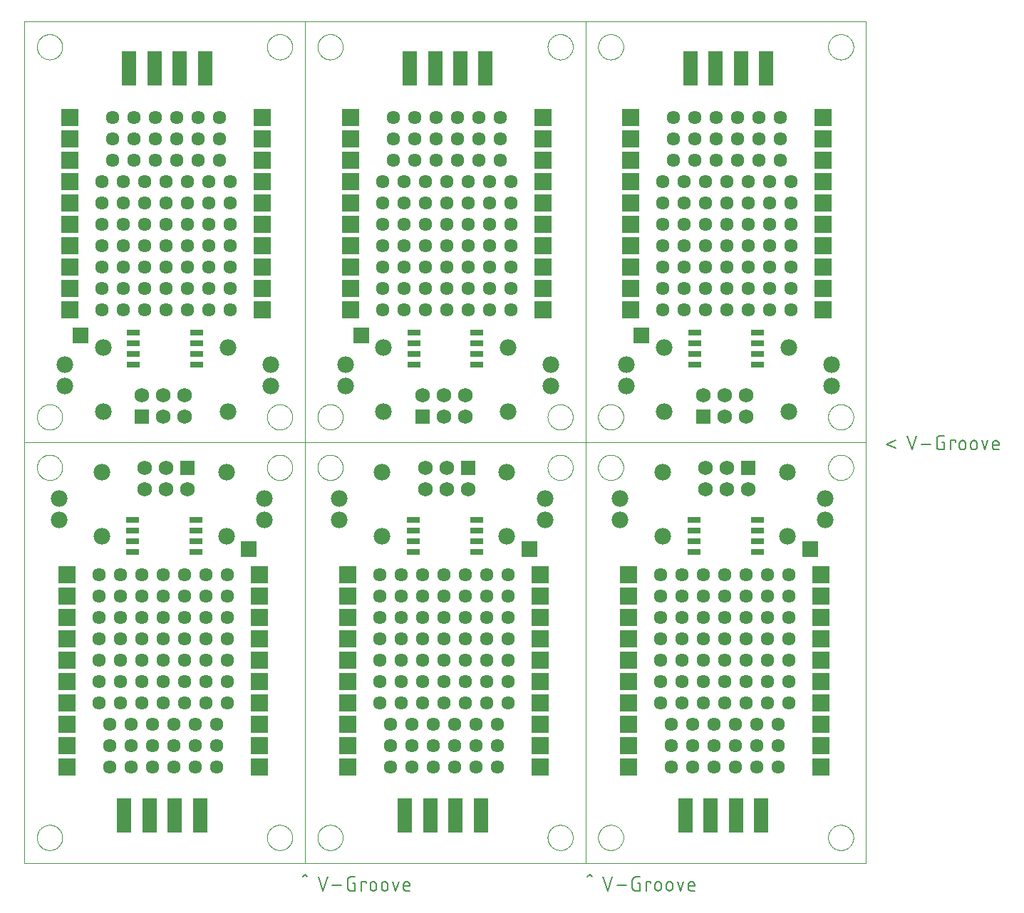
<source format=gts>
G75*
%MOIN*%
%OFA0B0*%
%FSLAX25Y25*%
%IPPOS*%
%LPD*%
%AMOC8*
5,1,8,0,0,1.08239X$1,22.5*
%
%ADD10C,0.00600*%
%ADD11C,0.00004*%
%ADD12R,0.06306X0.02762*%
%ADD13C,0.07800*%
%ADD14R,0.06699X0.16148*%
%ADD15R,0.07487X0.07487*%
%ADD16R,0.08000X0.08000*%
%ADD17C,0.06337*%
%ADD18R,0.06896X0.06896*%
%ADD19C,0.06896*%
D10*
X0131172Y0015608D02*
X0132239Y0016674D01*
X0133305Y0015608D01*
X0138516Y0015430D02*
X0140649Y0009030D01*
X0142782Y0015430D01*
X0145080Y0011519D02*
X0149347Y0011519D01*
X0152205Y0010452D02*
X0152205Y0014008D01*
X0152207Y0014082D01*
X0152213Y0014157D01*
X0152223Y0014230D01*
X0152236Y0014304D01*
X0152253Y0014376D01*
X0152275Y0014447D01*
X0152299Y0014518D01*
X0152328Y0014586D01*
X0152360Y0014654D01*
X0152396Y0014719D01*
X0152434Y0014782D01*
X0152477Y0014844D01*
X0152522Y0014903D01*
X0152570Y0014959D01*
X0152621Y0015014D01*
X0152675Y0015065D01*
X0152732Y0015113D01*
X0152791Y0015158D01*
X0152853Y0015201D01*
X0152916Y0015239D01*
X0152981Y0015275D01*
X0153049Y0015307D01*
X0153117Y0015336D01*
X0153188Y0015360D01*
X0153259Y0015382D01*
X0153331Y0015399D01*
X0153405Y0015412D01*
X0153478Y0015422D01*
X0153553Y0015428D01*
X0153627Y0015430D01*
X0155761Y0015430D01*
X0155761Y0012586D02*
X0155761Y0009030D01*
X0153627Y0009030D01*
X0153553Y0009032D01*
X0153478Y0009038D01*
X0153405Y0009048D01*
X0153331Y0009061D01*
X0153259Y0009078D01*
X0153188Y0009100D01*
X0153117Y0009124D01*
X0153049Y0009153D01*
X0152981Y0009185D01*
X0152916Y0009221D01*
X0152853Y0009259D01*
X0152791Y0009302D01*
X0152732Y0009347D01*
X0152675Y0009395D01*
X0152621Y0009446D01*
X0152570Y0009500D01*
X0152522Y0009557D01*
X0152477Y0009616D01*
X0152434Y0009678D01*
X0152396Y0009741D01*
X0152360Y0009806D01*
X0152328Y0009874D01*
X0152299Y0009942D01*
X0152275Y0010013D01*
X0152253Y0010084D01*
X0152236Y0010156D01*
X0152223Y0010230D01*
X0152213Y0010303D01*
X0152207Y0010378D01*
X0152205Y0010452D01*
X0154694Y0012586D02*
X0155761Y0012586D01*
X0158748Y0013297D02*
X0160881Y0013297D01*
X0160881Y0012586D01*
X0162817Y0011874D02*
X0162817Y0010452D01*
X0162818Y0010452D02*
X0162820Y0010378D01*
X0162826Y0010303D01*
X0162836Y0010230D01*
X0162849Y0010156D01*
X0162866Y0010084D01*
X0162888Y0010013D01*
X0162912Y0009942D01*
X0162941Y0009874D01*
X0162973Y0009806D01*
X0163009Y0009741D01*
X0163047Y0009678D01*
X0163090Y0009616D01*
X0163135Y0009557D01*
X0163183Y0009500D01*
X0163234Y0009446D01*
X0163288Y0009395D01*
X0163345Y0009347D01*
X0163404Y0009302D01*
X0163466Y0009259D01*
X0163529Y0009221D01*
X0163594Y0009185D01*
X0163662Y0009153D01*
X0163730Y0009124D01*
X0163801Y0009100D01*
X0163872Y0009078D01*
X0163944Y0009061D01*
X0164018Y0009048D01*
X0164091Y0009038D01*
X0164166Y0009032D01*
X0164240Y0009030D01*
X0164314Y0009032D01*
X0164389Y0009038D01*
X0164462Y0009048D01*
X0164536Y0009061D01*
X0164608Y0009078D01*
X0164679Y0009100D01*
X0164750Y0009124D01*
X0164818Y0009153D01*
X0164886Y0009185D01*
X0164951Y0009221D01*
X0165014Y0009259D01*
X0165076Y0009302D01*
X0165135Y0009347D01*
X0165192Y0009395D01*
X0165246Y0009446D01*
X0165297Y0009500D01*
X0165345Y0009557D01*
X0165390Y0009616D01*
X0165433Y0009678D01*
X0165471Y0009741D01*
X0165507Y0009806D01*
X0165539Y0009874D01*
X0165568Y0009942D01*
X0165592Y0010013D01*
X0165614Y0010084D01*
X0165631Y0010156D01*
X0165644Y0010230D01*
X0165654Y0010303D01*
X0165660Y0010378D01*
X0165662Y0010452D01*
X0165662Y0011874D01*
X0165660Y0011948D01*
X0165654Y0012023D01*
X0165644Y0012096D01*
X0165631Y0012170D01*
X0165614Y0012242D01*
X0165592Y0012313D01*
X0165568Y0012384D01*
X0165539Y0012452D01*
X0165507Y0012520D01*
X0165471Y0012585D01*
X0165433Y0012648D01*
X0165390Y0012710D01*
X0165345Y0012769D01*
X0165297Y0012826D01*
X0165246Y0012880D01*
X0165192Y0012931D01*
X0165135Y0012979D01*
X0165076Y0013024D01*
X0165014Y0013067D01*
X0164951Y0013105D01*
X0164886Y0013141D01*
X0164818Y0013173D01*
X0164750Y0013202D01*
X0164679Y0013226D01*
X0164608Y0013248D01*
X0164536Y0013265D01*
X0164462Y0013278D01*
X0164389Y0013288D01*
X0164314Y0013294D01*
X0164240Y0013296D01*
X0164166Y0013294D01*
X0164091Y0013288D01*
X0164018Y0013278D01*
X0163944Y0013265D01*
X0163872Y0013248D01*
X0163801Y0013226D01*
X0163730Y0013202D01*
X0163662Y0013173D01*
X0163594Y0013141D01*
X0163529Y0013105D01*
X0163466Y0013067D01*
X0163404Y0013024D01*
X0163345Y0012979D01*
X0163288Y0012931D01*
X0163234Y0012880D01*
X0163183Y0012826D01*
X0163135Y0012769D01*
X0163090Y0012710D01*
X0163047Y0012648D01*
X0163009Y0012585D01*
X0162973Y0012520D01*
X0162941Y0012452D01*
X0162912Y0012384D01*
X0162888Y0012313D01*
X0162866Y0012242D01*
X0162849Y0012170D01*
X0162836Y0012096D01*
X0162826Y0012023D01*
X0162820Y0011948D01*
X0162818Y0011874D01*
X0158748Y0013297D02*
X0158748Y0009030D01*
X0168151Y0010452D02*
X0168151Y0011874D01*
X0168153Y0011948D01*
X0168159Y0012023D01*
X0168169Y0012096D01*
X0168182Y0012170D01*
X0168199Y0012242D01*
X0168221Y0012313D01*
X0168245Y0012384D01*
X0168274Y0012452D01*
X0168306Y0012520D01*
X0168342Y0012585D01*
X0168380Y0012648D01*
X0168423Y0012710D01*
X0168468Y0012769D01*
X0168516Y0012826D01*
X0168567Y0012880D01*
X0168621Y0012931D01*
X0168678Y0012979D01*
X0168737Y0013024D01*
X0168799Y0013067D01*
X0168862Y0013105D01*
X0168927Y0013141D01*
X0168995Y0013173D01*
X0169063Y0013202D01*
X0169134Y0013226D01*
X0169205Y0013248D01*
X0169277Y0013265D01*
X0169351Y0013278D01*
X0169424Y0013288D01*
X0169499Y0013294D01*
X0169573Y0013296D01*
X0169647Y0013294D01*
X0169722Y0013288D01*
X0169795Y0013278D01*
X0169869Y0013265D01*
X0169941Y0013248D01*
X0170012Y0013226D01*
X0170083Y0013202D01*
X0170151Y0013173D01*
X0170219Y0013141D01*
X0170284Y0013105D01*
X0170347Y0013067D01*
X0170409Y0013024D01*
X0170468Y0012979D01*
X0170525Y0012931D01*
X0170579Y0012880D01*
X0170630Y0012826D01*
X0170678Y0012769D01*
X0170723Y0012710D01*
X0170766Y0012648D01*
X0170804Y0012585D01*
X0170840Y0012520D01*
X0170872Y0012452D01*
X0170901Y0012384D01*
X0170925Y0012313D01*
X0170947Y0012242D01*
X0170964Y0012170D01*
X0170977Y0012096D01*
X0170987Y0012023D01*
X0170993Y0011948D01*
X0170995Y0011874D01*
X0170995Y0010452D01*
X0170993Y0010378D01*
X0170987Y0010303D01*
X0170977Y0010230D01*
X0170964Y0010156D01*
X0170947Y0010084D01*
X0170925Y0010013D01*
X0170901Y0009942D01*
X0170872Y0009874D01*
X0170840Y0009806D01*
X0170804Y0009741D01*
X0170766Y0009678D01*
X0170723Y0009616D01*
X0170678Y0009557D01*
X0170630Y0009500D01*
X0170579Y0009446D01*
X0170525Y0009395D01*
X0170468Y0009347D01*
X0170409Y0009302D01*
X0170347Y0009259D01*
X0170284Y0009221D01*
X0170219Y0009185D01*
X0170151Y0009153D01*
X0170083Y0009124D01*
X0170012Y0009100D01*
X0169941Y0009078D01*
X0169869Y0009061D01*
X0169795Y0009048D01*
X0169722Y0009038D01*
X0169647Y0009032D01*
X0169573Y0009030D01*
X0169499Y0009032D01*
X0169424Y0009038D01*
X0169351Y0009048D01*
X0169277Y0009061D01*
X0169205Y0009078D01*
X0169134Y0009100D01*
X0169063Y0009124D01*
X0168995Y0009153D01*
X0168927Y0009185D01*
X0168862Y0009221D01*
X0168799Y0009259D01*
X0168737Y0009302D01*
X0168678Y0009347D01*
X0168621Y0009395D01*
X0168567Y0009446D01*
X0168516Y0009500D01*
X0168468Y0009557D01*
X0168423Y0009616D01*
X0168380Y0009678D01*
X0168342Y0009741D01*
X0168306Y0009806D01*
X0168274Y0009874D01*
X0168245Y0009942D01*
X0168221Y0010013D01*
X0168199Y0010084D01*
X0168182Y0010156D01*
X0168169Y0010230D01*
X0168159Y0010303D01*
X0168153Y0010378D01*
X0168151Y0010452D01*
X0173279Y0013297D02*
X0174701Y0009030D01*
X0176124Y0013297D01*
X0178408Y0011874D02*
X0178408Y0010097D01*
X0178407Y0010097D02*
X0178409Y0010033D01*
X0178415Y0009968D01*
X0178424Y0009905D01*
X0178438Y0009842D01*
X0178455Y0009780D01*
X0178476Y0009719D01*
X0178501Y0009659D01*
X0178529Y0009601D01*
X0178561Y0009545D01*
X0178596Y0009491D01*
X0178634Y0009439D01*
X0178675Y0009389D01*
X0178720Y0009343D01*
X0178766Y0009298D01*
X0178816Y0009257D01*
X0178868Y0009219D01*
X0178922Y0009184D01*
X0178978Y0009152D01*
X0179036Y0009124D01*
X0179096Y0009099D01*
X0179157Y0009078D01*
X0179219Y0009061D01*
X0179282Y0009047D01*
X0179345Y0009038D01*
X0179410Y0009032D01*
X0179474Y0009030D01*
X0181252Y0009030D01*
X0181252Y0011163D02*
X0178408Y0011163D01*
X0178408Y0011874D02*
X0178410Y0011948D01*
X0178416Y0012023D01*
X0178426Y0012096D01*
X0178439Y0012170D01*
X0178456Y0012242D01*
X0178478Y0012313D01*
X0178502Y0012384D01*
X0178531Y0012452D01*
X0178563Y0012520D01*
X0178599Y0012585D01*
X0178637Y0012648D01*
X0178680Y0012710D01*
X0178725Y0012769D01*
X0178773Y0012826D01*
X0178824Y0012880D01*
X0178878Y0012931D01*
X0178935Y0012979D01*
X0178994Y0013024D01*
X0179056Y0013067D01*
X0179119Y0013105D01*
X0179184Y0013141D01*
X0179252Y0013173D01*
X0179320Y0013202D01*
X0179391Y0013226D01*
X0179462Y0013248D01*
X0179534Y0013265D01*
X0179608Y0013278D01*
X0179681Y0013288D01*
X0179756Y0013294D01*
X0179830Y0013296D01*
X0179904Y0013294D01*
X0179979Y0013288D01*
X0180052Y0013278D01*
X0180126Y0013265D01*
X0180198Y0013248D01*
X0180269Y0013226D01*
X0180340Y0013202D01*
X0180408Y0013173D01*
X0180476Y0013141D01*
X0180541Y0013105D01*
X0180604Y0013067D01*
X0180666Y0013024D01*
X0180725Y0012979D01*
X0180782Y0012931D01*
X0180836Y0012880D01*
X0180887Y0012826D01*
X0180935Y0012769D01*
X0180980Y0012710D01*
X0181023Y0012648D01*
X0181061Y0012585D01*
X0181097Y0012520D01*
X0181129Y0012452D01*
X0181158Y0012384D01*
X0181182Y0012313D01*
X0181204Y0012242D01*
X0181221Y0012170D01*
X0181234Y0012096D01*
X0181244Y0012023D01*
X0181250Y0011948D01*
X0181252Y0011874D01*
X0181252Y0011163D01*
X0264372Y0015608D02*
X0265439Y0016674D01*
X0266505Y0015608D01*
X0271716Y0015430D02*
X0273849Y0009030D01*
X0275982Y0015430D01*
X0278280Y0011519D02*
X0282547Y0011519D01*
X0285405Y0010452D02*
X0285405Y0014008D01*
X0285407Y0014082D01*
X0285413Y0014157D01*
X0285423Y0014230D01*
X0285436Y0014304D01*
X0285453Y0014376D01*
X0285475Y0014447D01*
X0285499Y0014518D01*
X0285528Y0014586D01*
X0285560Y0014654D01*
X0285596Y0014719D01*
X0285634Y0014782D01*
X0285677Y0014844D01*
X0285722Y0014903D01*
X0285770Y0014959D01*
X0285821Y0015014D01*
X0285875Y0015065D01*
X0285932Y0015113D01*
X0285991Y0015158D01*
X0286053Y0015201D01*
X0286116Y0015239D01*
X0286181Y0015275D01*
X0286249Y0015307D01*
X0286317Y0015336D01*
X0286388Y0015360D01*
X0286459Y0015382D01*
X0286531Y0015399D01*
X0286605Y0015412D01*
X0286678Y0015422D01*
X0286753Y0015428D01*
X0286827Y0015430D01*
X0288961Y0015430D01*
X0288961Y0012586D02*
X0288961Y0009030D01*
X0286827Y0009030D01*
X0286753Y0009032D01*
X0286678Y0009038D01*
X0286605Y0009048D01*
X0286531Y0009061D01*
X0286459Y0009078D01*
X0286388Y0009100D01*
X0286317Y0009124D01*
X0286249Y0009153D01*
X0286181Y0009185D01*
X0286116Y0009221D01*
X0286053Y0009259D01*
X0285991Y0009302D01*
X0285932Y0009347D01*
X0285875Y0009395D01*
X0285821Y0009446D01*
X0285770Y0009500D01*
X0285722Y0009557D01*
X0285677Y0009616D01*
X0285634Y0009678D01*
X0285596Y0009741D01*
X0285560Y0009806D01*
X0285528Y0009874D01*
X0285499Y0009942D01*
X0285475Y0010013D01*
X0285453Y0010084D01*
X0285436Y0010156D01*
X0285423Y0010230D01*
X0285413Y0010303D01*
X0285407Y0010378D01*
X0285405Y0010452D01*
X0287894Y0012586D02*
X0288961Y0012586D01*
X0291948Y0013297D02*
X0294081Y0013297D01*
X0294081Y0012586D01*
X0296017Y0011874D02*
X0296017Y0010452D01*
X0296018Y0010452D02*
X0296020Y0010378D01*
X0296026Y0010303D01*
X0296036Y0010230D01*
X0296049Y0010156D01*
X0296066Y0010084D01*
X0296088Y0010013D01*
X0296112Y0009942D01*
X0296141Y0009874D01*
X0296173Y0009806D01*
X0296209Y0009741D01*
X0296247Y0009678D01*
X0296290Y0009616D01*
X0296335Y0009557D01*
X0296383Y0009500D01*
X0296434Y0009446D01*
X0296488Y0009395D01*
X0296545Y0009347D01*
X0296604Y0009302D01*
X0296666Y0009259D01*
X0296729Y0009221D01*
X0296794Y0009185D01*
X0296862Y0009153D01*
X0296930Y0009124D01*
X0297001Y0009100D01*
X0297072Y0009078D01*
X0297144Y0009061D01*
X0297218Y0009048D01*
X0297291Y0009038D01*
X0297366Y0009032D01*
X0297440Y0009030D01*
X0297514Y0009032D01*
X0297589Y0009038D01*
X0297662Y0009048D01*
X0297736Y0009061D01*
X0297808Y0009078D01*
X0297879Y0009100D01*
X0297950Y0009124D01*
X0298018Y0009153D01*
X0298086Y0009185D01*
X0298151Y0009221D01*
X0298214Y0009259D01*
X0298276Y0009302D01*
X0298335Y0009347D01*
X0298392Y0009395D01*
X0298446Y0009446D01*
X0298497Y0009500D01*
X0298545Y0009557D01*
X0298590Y0009616D01*
X0298633Y0009678D01*
X0298671Y0009741D01*
X0298707Y0009806D01*
X0298739Y0009874D01*
X0298768Y0009942D01*
X0298792Y0010013D01*
X0298814Y0010084D01*
X0298831Y0010156D01*
X0298844Y0010230D01*
X0298854Y0010303D01*
X0298860Y0010378D01*
X0298862Y0010452D01*
X0298862Y0011874D01*
X0298860Y0011948D01*
X0298854Y0012023D01*
X0298844Y0012096D01*
X0298831Y0012170D01*
X0298814Y0012242D01*
X0298792Y0012313D01*
X0298768Y0012384D01*
X0298739Y0012452D01*
X0298707Y0012520D01*
X0298671Y0012585D01*
X0298633Y0012648D01*
X0298590Y0012710D01*
X0298545Y0012769D01*
X0298497Y0012826D01*
X0298446Y0012880D01*
X0298392Y0012931D01*
X0298335Y0012979D01*
X0298276Y0013024D01*
X0298214Y0013067D01*
X0298151Y0013105D01*
X0298086Y0013141D01*
X0298018Y0013173D01*
X0297950Y0013202D01*
X0297879Y0013226D01*
X0297808Y0013248D01*
X0297736Y0013265D01*
X0297662Y0013278D01*
X0297589Y0013288D01*
X0297514Y0013294D01*
X0297440Y0013296D01*
X0297366Y0013294D01*
X0297291Y0013288D01*
X0297218Y0013278D01*
X0297144Y0013265D01*
X0297072Y0013248D01*
X0297001Y0013226D01*
X0296930Y0013202D01*
X0296862Y0013173D01*
X0296794Y0013141D01*
X0296729Y0013105D01*
X0296666Y0013067D01*
X0296604Y0013024D01*
X0296545Y0012979D01*
X0296488Y0012931D01*
X0296434Y0012880D01*
X0296383Y0012826D01*
X0296335Y0012769D01*
X0296290Y0012710D01*
X0296247Y0012648D01*
X0296209Y0012585D01*
X0296173Y0012520D01*
X0296141Y0012452D01*
X0296112Y0012384D01*
X0296088Y0012313D01*
X0296066Y0012242D01*
X0296049Y0012170D01*
X0296036Y0012096D01*
X0296026Y0012023D01*
X0296020Y0011948D01*
X0296018Y0011874D01*
X0291948Y0013297D02*
X0291948Y0009030D01*
X0301351Y0010452D02*
X0301351Y0011874D01*
X0301353Y0011948D01*
X0301359Y0012023D01*
X0301369Y0012096D01*
X0301382Y0012170D01*
X0301399Y0012242D01*
X0301421Y0012313D01*
X0301445Y0012384D01*
X0301474Y0012452D01*
X0301506Y0012520D01*
X0301542Y0012585D01*
X0301580Y0012648D01*
X0301623Y0012710D01*
X0301668Y0012769D01*
X0301716Y0012826D01*
X0301767Y0012880D01*
X0301821Y0012931D01*
X0301878Y0012979D01*
X0301937Y0013024D01*
X0301999Y0013067D01*
X0302062Y0013105D01*
X0302127Y0013141D01*
X0302195Y0013173D01*
X0302263Y0013202D01*
X0302334Y0013226D01*
X0302405Y0013248D01*
X0302477Y0013265D01*
X0302551Y0013278D01*
X0302624Y0013288D01*
X0302699Y0013294D01*
X0302773Y0013296D01*
X0302847Y0013294D01*
X0302922Y0013288D01*
X0302995Y0013278D01*
X0303069Y0013265D01*
X0303141Y0013248D01*
X0303212Y0013226D01*
X0303283Y0013202D01*
X0303351Y0013173D01*
X0303419Y0013141D01*
X0303484Y0013105D01*
X0303547Y0013067D01*
X0303609Y0013024D01*
X0303668Y0012979D01*
X0303725Y0012931D01*
X0303779Y0012880D01*
X0303830Y0012826D01*
X0303878Y0012769D01*
X0303923Y0012710D01*
X0303966Y0012648D01*
X0304004Y0012585D01*
X0304040Y0012520D01*
X0304072Y0012452D01*
X0304101Y0012384D01*
X0304125Y0012313D01*
X0304147Y0012242D01*
X0304164Y0012170D01*
X0304177Y0012096D01*
X0304187Y0012023D01*
X0304193Y0011948D01*
X0304195Y0011874D01*
X0304195Y0010452D01*
X0304193Y0010378D01*
X0304187Y0010303D01*
X0304177Y0010230D01*
X0304164Y0010156D01*
X0304147Y0010084D01*
X0304125Y0010013D01*
X0304101Y0009942D01*
X0304072Y0009874D01*
X0304040Y0009806D01*
X0304004Y0009741D01*
X0303966Y0009678D01*
X0303923Y0009616D01*
X0303878Y0009557D01*
X0303830Y0009500D01*
X0303779Y0009446D01*
X0303725Y0009395D01*
X0303668Y0009347D01*
X0303609Y0009302D01*
X0303547Y0009259D01*
X0303484Y0009221D01*
X0303419Y0009185D01*
X0303351Y0009153D01*
X0303283Y0009124D01*
X0303212Y0009100D01*
X0303141Y0009078D01*
X0303069Y0009061D01*
X0302995Y0009048D01*
X0302922Y0009038D01*
X0302847Y0009032D01*
X0302773Y0009030D01*
X0302699Y0009032D01*
X0302624Y0009038D01*
X0302551Y0009048D01*
X0302477Y0009061D01*
X0302405Y0009078D01*
X0302334Y0009100D01*
X0302263Y0009124D01*
X0302195Y0009153D01*
X0302127Y0009185D01*
X0302062Y0009221D01*
X0301999Y0009259D01*
X0301937Y0009302D01*
X0301878Y0009347D01*
X0301821Y0009395D01*
X0301767Y0009446D01*
X0301716Y0009500D01*
X0301668Y0009557D01*
X0301623Y0009616D01*
X0301580Y0009678D01*
X0301542Y0009741D01*
X0301506Y0009806D01*
X0301474Y0009874D01*
X0301445Y0009942D01*
X0301421Y0010013D01*
X0301399Y0010084D01*
X0301382Y0010156D01*
X0301369Y0010230D01*
X0301359Y0010303D01*
X0301353Y0010378D01*
X0301351Y0010452D01*
X0306479Y0013297D02*
X0307901Y0009030D01*
X0309324Y0013297D01*
X0311608Y0011874D02*
X0311608Y0010097D01*
X0311607Y0010097D02*
X0311609Y0010033D01*
X0311615Y0009968D01*
X0311624Y0009905D01*
X0311638Y0009842D01*
X0311655Y0009780D01*
X0311676Y0009719D01*
X0311701Y0009659D01*
X0311729Y0009601D01*
X0311761Y0009545D01*
X0311796Y0009491D01*
X0311834Y0009439D01*
X0311875Y0009389D01*
X0311920Y0009343D01*
X0311966Y0009298D01*
X0312016Y0009257D01*
X0312068Y0009219D01*
X0312122Y0009184D01*
X0312178Y0009152D01*
X0312236Y0009124D01*
X0312296Y0009099D01*
X0312357Y0009078D01*
X0312419Y0009061D01*
X0312482Y0009047D01*
X0312545Y0009038D01*
X0312610Y0009032D01*
X0312674Y0009030D01*
X0314452Y0009030D01*
X0314452Y0011163D02*
X0311608Y0011163D01*
X0311608Y0011874D02*
X0311610Y0011948D01*
X0311616Y0012023D01*
X0311626Y0012096D01*
X0311639Y0012170D01*
X0311656Y0012242D01*
X0311678Y0012313D01*
X0311702Y0012384D01*
X0311731Y0012452D01*
X0311763Y0012520D01*
X0311799Y0012585D01*
X0311837Y0012648D01*
X0311880Y0012710D01*
X0311925Y0012769D01*
X0311973Y0012826D01*
X0312024Y0012880D01*
X0312078Y0012931D01*
X0312135Y0012979D01*
X0312194Y0013024D01*
X0312256Y0013067D01*
X0312319Y0013105D01*
X0312384Y0013141D01*
X0312452Y0013173D01*
X0312520Y0013202D01*
X0312591Y0013226D01*
X0312662Y0013248D01*
X0312734Y0013265D01*
X0312808Y0013278D01*
X0312881Y0013288D01*
X0312956Y0013294D01*
X0313030Y0013296D01*
X0313104Y0013294D01*
X0313179Y0013288D01*
X0313252Y0013278D01*
X0313326Y0013265D01*
X0313398Y0013248D01*
X0313469Y0013226D01*
X0313540Y0013202D01*
X0313608Y0013173D01*
X0313676Y0013141D01*
X0313741Y0013105D01*
X0313804Y0013067D01*
X0313866Y0013024D01*
X0313925Y0012979D01*
X0313982Y0012931D01*
X0314036Y0012880D01*
X0314087Y0012826D01*
X0314135Y0012769D01*
X0314180Y0012710D01*
X0314223Y0012648D01*
X0314261Y0012585D01*
X0314297Y0012520D01*
X0314329Y0012452D01*
X0314358Y0012384D01*
X0314382Y0012313D01*
X0314404Y0012242D01*
X0314421Y0012170D01*
X0314434Y0012096D01*
X0314444Y0012023D01*
X0314450Y0011948D01*
X0314452Y0011874D01*
X0314452Y0011163D01*
X0404232Y0217979D02*
X0408499Y0216201D01*
X0408499Y0219757D02*
X0404232Y0217979D01*
X0414078Y0221890D02*
X0416212Y0215490D01*
X0418345Y0221890D01*
X0420643Y0217979D02*
X0424909Y0217979D01*
X0427768Y0216912D02*
X0427768Y0220468D01*
X0427770Y0220542D01*
X0427776Y0220617D01*
X0427786Y0220690D01*
X0427799Y0220764D01*
X0427816Y0220836D01*
X0427838Y0220907D01*
X0427862Y0220978D01*
X0427891Y0221046D01*
X0427923Y0221114D01*
X0427959Y0221179D01*
X0427997Y0221242D01*
X0428040Y0221304D01*
X0428085Y0221363D01*
X0428133Y0221419D01*
X0428184Y0221474D01*
X0428238Y0221525D01*
X0428295Y0221573D01*
X0428354Y0221618D01*
X0428416Y0221661D01*
X0428479Y0221699D01*
X0428544Y0221735D01*
X0428612Y0221767D01*
X0428680Y0221796D01*
X0428751Y0221820D01*
X0428822Y0221842D01*
X0428894Y0221859D01*
X0428968Y0221872D01*
X0429041Y0221882D01*
X0429116Y0221888D01*
X0429190Y0221890D01*
X0431323Y0221890D01*
X0431323Y0219046D02*
X0431323Y0215490D01*
X0429190Y0215490D01*
X0429116Y0215492D01*
X0429041Y0215498D01*
X0428968Y0215508D01*
X0428894Y0215521D01*
X0428822Y0215538D01*
X0428751Y0215560D01*
X0428680Y0215584D01*
X0428612Y0215613D01*
X0428544Y0215645D01*
X0428479Y0215681D01*
X0428416Y0215719D01*
X0428354Y0215762D01*
X0428295Y0215807D01*
X0428238Y0215855D01*
X0428184Y0215906D01*
X0428133Y0215960D01*
X0428085Y0216017D01*
X0428040Y0216076D01*
X0427997Y0216138D01*
X0427959Y0216201D01*
X0427923Y0216266D01*
X0427891Y0216334D01*
X0427862Y0216402D01*
X0427838Y0216473D01*
X0427816Y0216544D01*
X0427799Y0216616D01*
X0427786Y0216690D01*
X0427776Y0216763D01*
X0427770Y0216838D01*
X0427768Y0216912D01*
X0430257Y0219046D02*
X0431323Y0219046D01*
X0434311Y0219757D02*
X0434311Y0215490D01*
X0436444Y0219046D02*
X0436444Y0219757D01*
X0434311Y0219757D01*
X0438380Y0218334D02*
X0438380Y0216912D01*
X0438382Y0216838D01*
X0438388Y0216763D01*
X0438398Y0216690D01*
X0438411Y0216616D01*
X0438428Y0216544D01*
X0438450Y0216473D01*
X0438474Y0216402D01*
X0438503Y0216334D01*
X0438535Y0216266D01*
X0438571Y0216201D01*
X0438609Y0216138D01*
X0438652Y0216076D01*
X0438697Y0216017D01*
X0438745Y0215960D01*
X0438796Y0215906D01*
X0438850Y0215855D01*
X0438907Y0215807D01*
X0438966Y0215762D01*
X0439028Y0215719D01*
X0439091Y0215681D01*
X0439156Y0215645D01*
X0439224Y0215613D01*
X0439292Y0215584D01*
X0439363Y0215560D01*
X0439434Y0215538D01*
X0439506Y0215521D01*
X0439580Y0215508D01*
X0439653Y0215498D01*
X0439728Y0215492D01*
X0439802Y0215490D01*
X0439876Y0215492D01*
X0439951Y0215498D01*
X0440024Y0215508D01*
X0440098Y0215521D01*
X0440170Y0215538D01*
X0440241Y0215560D01*
X0440312Y0215584D01*
X0440380Y0215613D01*
X0440448Y0215645D01*
X0440513Y0215681D01*
X0440576Y0215719D01*
X0440638Y0215762D01*
X0440697Y0215807D01*
X0440754Y0215855D01*
X0440808Y0215906D01*
X0440859Y0215960D01*
X0440907Y0216017D01*
X0440952Y0216076D01*
X0440995Y0216138D01*
X0441033Y0216201D01*
X0441069Y0216266D01*
X0441101Y0216334D01*
X0441130Y0216402D01*
X0441154Y0216473D01*
X0441176Y0216544D01*
X0441193Y0216616D01*
X0441206Y0216690D01*
X0441216Y0216763D01*
X0441222Y0216838D01*
X0441224Y0216912D01*
X0441224Y0218334D01*
X0441222Y0218408D01*
X0441216Y0218483D01*
X0441206Y0218556D01*
X0441193Y0218630D01*
X0441176Y0218702D01*
X0441154Y0218773D01*
X0441130Y0218844D01*
X0441101Y0218912D01*
X0441069Y0218980D01*
X0441033Y0219045D01*
X0440995Y0219108D01*
X0440952Y0219170D01*
X0440907Y0219229D01*
X0440859Y0219286D01*
X0440808Y0219340D01*
X0440754Y0219391D01*
X0440697Y0219439D01*
X0440638Y0219484D01*
X0440576Y0219527D01*
X0440513Y0219565D01*
X0440448Y0219601D01*
X0440380Y0219633D01*
X0440312Y0219662D01*
X0440241Y0219686D01*
X0440170Y0219708D01*
X0440098Y0219725D01*
X0440024Y0219738D01*
X0439951Y0219748D01*
X0439876Y0219754D01*
X0439802Y0219756D01*
X0439728Y0219754D01*
X0439653Y0219748D01*
X0439580Y0219738D01*
X0439506Y0219725D01*
X0439434Y0219708D01*
X0439363Y0219686D01*
X0439292Y0219662D01*
X0439224Y0219633D01*
X0439156Y0219601D01*
X0439091Y0219565D01*
X0439028Y0219527D01*
X0438966Y0219484D01*
X0438907Y0219439D01*
X0438850Y0219391D01*
X0438796Y0219340D01*
X0438745Y0219286D01*
X0438697Y0219229D01*
X0438652Y0219170D01*
X0438609Y0219108D01*
X0438571Y0219045D01*
X0438535Y0218980D01*
X0438503Y0218912D01*
X0438474Y0218844D01*
X0438450Y0218773D01*
X0438428Y0218702D01*
X0438411Y0218630D01*
X0438398Y0218556D01*
X0438388Y0218483D01*
X0438382Y0218408D01*
X0438380Y0218334D01*
X0443713Y0218334D02*
X0443713Y0216912D01*
X0443714Y0216912D02*
X0443716Y0216838D01*
X0443722Y0216763D01*
X0443732Y0216690D01*
X0443745Y0216616D01*
X0443762Y0216544D01*
X0443784Y0216473D01*
X0443808Y0216402D01*
X0443837Y0216334D01*
X0443869Y0216266D01*
X0443905Y0216201D01*
X0443943Y0216138D01*
X0443986Y0216076D01*
X0444031Y0216017D01*
X0444079Y0215960D01*
X0444130Y0215906D01*
X0444184Y0215855D01*
X0444241Y0215807D01*
X0444300Y0215762D01*
X0444362Y0215719D01*
X0444425Y0215681D01*
X0444490Y0215645D01*
X0444558Y0215613D01*
X0444626Y0215584D01*
X0444697Y0215560D01*
X0444768Y0215538D01*
X0444840Y0215521D01*
X0444914Y0215508D01*
X0444987Y0215498D01*
X0445062Y0215492D01*
X0445136Y0215490D01*
X0445210Y0215492D01*
X0445285Y0215498D01*
X0445358Y0215508D01*
X0445432Y0215521D01*
X0445504Y0215538D01*
X0445575Y0215560D01*
X0445646Y0215584D01*
X0445714Y0215613D01*
X0445782Y0215645D01*
X0445847Y0215681D01*
X0445910Y0215719D01*
X0445972Y0215762D01*
X0446031Y0215807D01*
X0446088Y0215855D01*
X0446142Y0215906D01*
X0446193Y0215960D01*
X0446241Y0216017D01*
X0446286Y0216076D01*
X0446329Y0216138D01*
X0446367Y0216201D01*
X0446403Y0216266D01*
X0446435Y0216334D01*
X0446464Y0216402D01*
X0446488Y0216473D01*
X0446510Y0216544D01*
X0446527Y0216616D01*
X0446540Y0216690D01*
X0446550Y0216763D01*
X0446556Y0216838D01*
X0446558Y0216912D01*
X0446558Y0218334D01*
X0446556Y0218408D01*
X0446550Y0218483D01*
X0446540Y0218556D01*
X0446527Y0218630D01*
X0446510Y0218702D01*
X0446488Y0218773D01*
X0446464Y0218844D01*
X0446435Y0218912D01*
X0446403Y0218980D01*
X0446367Y0219045D01*
X0446329Y0219108D01*
X0446286Y0219170D01*
X0446241Y0219229D01*
X0446193Y0219286D01*
X0446142Y0219340D01*
X0446088Y0219391D01*
X0446031Y0219439D01*
X0445972Y0219484D01*
X0445910Y0219527D01*
X0445847Y0219565D01*
X0445782Y0219601D01*
X0445714Y0219633D01*
X0445646Y0219662D01*
X0445575Y0219686D01*
X0445504Y0219708D01*
X0445432Y0219725D01*
X0445358Y0219738D01*
X0445285Y0219748D01*
X0445210Y0219754D01*
X0445136Y0219756D01*
X0445062Y0219754D01*
X0444987Y0219748D01*
X0444914Y0219738D01*
X0444840Y0219725D01*
X0444768Y0219708D01*
X0444697Y0219686D01*
X0444626Y0219662D01*
X0444558Y0219633D01*
X0444490Y0219601D01*
X0444425Y0219565D01*
X0444362Y0219527D01*
X0444300Y0219484D01*
X0444241Y0219439D01*
X0444184Y0219391D01*
X0444130Y0219340D01*
X0444079Y0219286D01*
X0444031Y0219229D01*
X0443986Y0219170D01*
X0443943Y0219108D01*
X0443905Y0219045D01*
X0443869Y0218980D01*
X0443837Y0218912D01*
X0443808Y0218844D01*
X0443784Y0218773D01*
X0443762Y0218702D01*
X0443745Y0218630D01*
X0443732Y0218556D01*
X0443722Y0218483D01*
X0443716Y0218408D01*
X0443714Y0218334D01*
X0448842Y0219757D02*
X0450264Y0215490D01*
X0451686Y0219757D01*
X0453970Y0218334D02*
X0453970Y0216557D01*
X0453970Y0217623D02*
X0456815Y0217623D01*
X0456815Y0218334D01*
X0456814Y0218334D02*
X0456812Y0218408D01*
X0456806Y0218483D01*
X0456796Y0218556D01*
X0456783Y0218630D01*
X0456766Y0218702D01*
X0456744Y0218773D01*
X0456720Y0218844D01*
X0456691Y0218912D01*
X0456659Y0218980D01*
X0456623Y0219045D01*
X0456585Y0219108D01*
X0456542Y0219170D01*
X0456497Y0219229D01*
X0456449Y0219286D01*
X0456398Y0219340D01*
X0456344Y0219391D01*
X0456287Y0219439D01*
X0456228Y0219484D01*
X0456166Y0219527D01*
X0456103Y0219565D01*
X0456038Y0219601D01*
X0455970Y0219633D01*
X0455902Y0219662D01*
X0455831Y0219686D01*
X0455760Y0219708D01*
X0455688Y0219725D01*
X0455614Y0219738D01*
X0455541Y0219748D01*
X0455466Y0219754D01*
X0455392Y0219756D01*
X0455318Y0219754D01*
X0455243Y0219748D01*
X0455170Y0219738D01*
X0455096Y0219725D01*
X0455024Y0219708D01*
X0454953Y0219686D01*
X0454882Y0219662D01*
X0454814Y0219633D01*
X0454746Y0219601D01*
X0454681Y0219565D01*
X0454618Y0219527D01*
X0454556Y0219484D01*
X0454497Y0219439D01*
X0454440Y0219391D01*
X0454386Y0219340D01*
X0454335Y0219286D01*
X0454287Y0219229D01*
X0454242Y0219170D01*
X0454199Y0219108D01*
X0454161Y0219045D01*
X0454125Y0218980D01*
X0454093Y0218912D01*
X0454064Y0218844D01*
X0454040Y0218773D01*
X0454018Y0218702D01*
X0454001Y0218630D01*
X0453988Y0218556D01*
X0453978Y0218483D01*
X0453972Y0218408D01*
X0453970Y0218334D01*
X0453970Y0216557D02*
X0453972Y0216493D01*
X0453978Y0216428D01*
X0453987Y0216365D01*
X0454001Y0216302D01*
X0454018Y0216240D01*
X0454039Y0216179D01*
X0454064Y0216119D01*
X0454092Y0216061D01*
X0454124Y0216005D01*
X0454159Y0215951D01*
X0454197Y0215899D01*
X0454238Y0215849D01*
X0454283Y0215803D01*
X0454329Y0215758D01*
X0454379Y0215717D01*
X0454431Y0215679D01*
X0454485Y0215644D01*
X0454541Y0215612D01*
X0454599Y0215584D01*
X0454659Y0215559D01*
X0454720Y0215538D01*
X0454782Y0215521D01*
X0454845Y0215507D01*
X0454908Y0215498D01*
X0454973Y0215492D01*
X0455037Y0215490D01*
X0456815Y0215490D01*
D11*
X0394703Y0022050D02*
X0001002Y0022050D01*
X0001002Y0415751D01*
X0394703Y0415751D01*
X0394703Y0022050D01*
X0387086Y0029703D02*
X0386939Y0029560D01*
X0386787Y0029422D01*
X0386631Y0029290D01*
X0386470Y0029163D01*
X0386305Y0029042D01*
X0386135Y0028926D01*
X0385962Y0028816D01*
X0385785Y0028713D01*
X0385605Y0028616D01*
X0385421Y0028525D01*
X0385234Y0028440D01*
X0385045Y0028362D01*
X0384853Y0028291D01*
X0384658Y0028226D01*
X0384461Y0028168D01*
X0384263Y0028117D01*
X0384063Y0028073D01*
X0383861Y0028036D01*
X0383658Y0028005D01*
X0383455Y0027982D01*
X0383250Y0027966D01*
X0383045Y0027958D01*
X0382840Y0027956D01*
X0382636Y0027961D01*
X0382431Y0027973D01*
X0382227Y0027993D01*
X0382024Y0028020D01*
X0381821Y0028053D01*
X0381621Y0028094D01*
X0381421Y0028142D01*
X0381223Y0028196D01*
X0381028Y0028257D01*
X0380835Y0028325D01*
X0380644Y0028400D01*
X0380455Y0028481D01*
X0380270Y0028569D01*
X0380088Y0028663D01*
X0379909Y0028764D01*
X0379734Y0028870D01*
X0379563Y0028983D01*
X0379396Y0029102D01*
X0379233Y0029226D01*
X0379074Y0029356D01*
X0378920Y0029491D01*
X0378771Y0029631D01*
X0378626Y0029777D01*
X0378487Y0029927D01*
X0378353Y0030083D01*
X0378225Y0030242D01*
X0378102Y0030406D01*
X0377985Y0030575D01*
X0377874Y0030747D01*
X0377769Y0030923D01*
X0377670Y0031103D01*
X0377577Y0031286D01*
X0377491Y0031472D01*
X0377412Y0031660D01*
X0377338Y0031852D01*
X0377272Y0032046D01*
X0377212Y0032242D01*
X0377160Y0032440D01*
X0377114Y0032640D01*
X0377075Y0032841D01*
X0377043Y0033044D01*
X0377018Y0033247D01*
X0377000Y0033451D01*
X0376990Y0033656D01*
X0376986Y0033861D01*
X0376990Y0034066D01*
X0377000Y0034271D01*
X0377018Y0034475D01*
X0377043Y0034678D01*
X0377075Y0034881D01*
X0377114Y0035082D01*
X0377160Y0035282D01*
X0377212Y0035480D01*
X0377272Y0035676D01*
X0377338Y0035870D01*
X0377412Y0036062D01*
X0377491Y0036251D01*
X0377577Y0036436D01*
X0377670Y0036619D01*
X0377769Y0036799D01*
X0377874Y0036975D01*
X0377985Y0037147D01*
X0378102Y0037316D01*
X0378225Y0037480D01*
X0378353Y0037640D01*
X0378487Y0037795D01*
X0378626Y0037945D01*
X0378771Y0038091D01*
X0378920Y0038231D01*
X0379074Y0038367D01*
X0379233Y0038496D01*
X0379396Y0038621D01*
X0379563Y0038739D01*
X0379734Y0038852D01*
X0379909Y0038958D01*
X0380088Y0039059D01*
X0380270Y0039153D01*
X0380455Y0039241D01*
X0380644Y0039322D01*
X0380835Y0039397D01*
X0381028Y0039465D01*
X0381223Y0039526D01*
X0381421Y0039581D01*
X0381621Y0039628D01*
X0381821Y0039669D01*
X0382024Y0039702D01*
X0382227Y0039729D01*
X0382431Y0039749D01*
X0382636Y0039761D01*
X0382840Y0039766D01*
X0383045Y0039765D01*
X0383250Y0039756D01*
X0383455Y0039740D01*
X0383658Y0039717D01*
X0383861Y0039686D01*
X0384063Y0039649D01*
X0384263Y0039605D01*
X0384461Y0039554D01*
X0384658Y0039496D01*
X0384853Y0039431D01*
X0385045Y0039360D01*
X0385234Y0039282D01*
X0385421Y0039197D01*
X0385605Y0039106D01*
X0385785Y0039009D01*
X0385962Y0038906D01*
X0386135Y0038796D01*
X0386305Y0038681D01*
X0386470Y0038559D01*
X0386631Y0038432D01*
X0386787Y0038300D01*
X0386939Y0038162D01*
X0387086Y0038019D01*
X0387227Y0037871D01*
X0387364Y0037718D01*
X0387495Y0037560D01*
X0387621Y0037398D01*
X0387741Y0037232D01*
X0387855Y0037062D01*
X0387963Y0036887D01*
X0388065Y0036710D01*
X0388161Y0036528D01*
X0388250Y0036344D01*
X0388333Y0036156D01*
X0388409Y0035966D01*
X0388479Y0035773D01*
X0388542Y0035578D01*
X0388598Y0035381D01*
X0388648Y0035182D01*
X0388690Y0034982D01*
X0388725Y0034780D01*
X0388754Y0034577D01*
X0388775Y0034373D01*
X0388789Y0034168D01*
X0388796Y0033964D01*
X0388796Y0033759D01*
X0388789Y0033554D01*
X0388775Y0033349D01*
X0388754Y0033145D01*
X0388725Y0032942D01*
X0388690Y0032740D01*
X0388648Y0032540D01*
X0388598Y0032341D01*
X0388542Y0032144D01*
X0388479Y0031949D01*
X0388409Y0031756D01*
X0388333Y0031566D01*
X0388250Y0031378D01*
X0388161Y0031194D01*
X0388065Y0031012D01*
X0387963Y0030835D01*
X0387855Y0030660D01*
X0387741Y0030490D01*
X0387621Y0030324D01*
X0387495Y0030162D01*
X0387364Y0030004D01*
X0387227Y0029851D01*
X0387086Y0029703D01*
X0281182Y0033656D02*
X0281186Y0033861D01*
X0281182Y0034066D01*
X0281171Y0034271D01*
X0281154Y0034475D01*
X0281129Y0034678D01*
X0281097Y0034881D01*
X0281058Y0035082D01*
X0281012Y0035282D01*
X0280959Y0035480D01*
X0280900Y0035676D01*
X0280833Y0035870D01*
X0280760Y0036062D01*
X0280681Y0036251D01*
X0280594Y0036436D01*
X0280502Y0036619D01*
X0280403Y0036799D01*
X0280298Y0036975D01*
X0280187Y0037147D01*
X0280070Y0037316D01*
X0279947Y0037480D01*
X0279819Y0037640D01*
X0279685Y0037795D01*
X0279546Y0037945D01*
X0279401Y0038091D01*
X0279252Y0038231D01*
X0279098Y0038367D01*
X0278939Y0038496D01*
X0278776Y0038621D01*
X0278609Y0038739D01*
X0278438Y0038852D01*
X0278262Y0038958D01*
X0278084Y0039059D01*
X0277902Y0039153D01*
X0277716Y0039241D01*
X0277528Y0039322D01*
X0277337Y0039397D01*
X0277144Y0039465D01*
X0276948Y0039526D01*
X0276751Y0039581D01*
X0276551Y0039628D01*
X0276351Y0039669D01*
X0276148Y0039702D01*
X0275945Y0039729D01*
X0275741Y0039749D01*
X0275536Y0039761D01*
X0275331Y0039766D01*
X0275126Y0039765D01*
X0274922Y0039756D01*
X0274717Y0039740D01*
X0274514Y0039717D01*
X0274311Y0039686D01*
X0274109Y0039649D01*
X0273909Y0039605D01*
X0273711Y0039554D01*
X0273514Y0039496D01*
X0273319Y0039431D01*
X0273127Y0039360D01*
X0272938Y0039282D01*
X0272751Y0039197D01*
X0272567Y0039106D01*
X0272387Y0039009D01*
X0272210Y0038906D01*
X0272037Y0038796D01*
X0271867Y0038681D01*
X0271702Y0038559D01*
X0271541Y0038432D01*
X0271385Y0038300D01*
X0271233Y0038162D01*
X0271086Y0038019D01*
X0270944Y0037871D01*
X0270808Y0037718D01*
X0270677Y0037560D01*
X0270551Y0037398D01*
X0270431Y0037232D01*
X0270317Y0037062D01*
X0270209Y0036887D01*
X0270107Y0036710D01*
X0270011Y0036528D01*
X0269922Y0036344D01*
X0269839Y0036156D01*
X0269763Y0035966D01*
X0269693Y0035773D01*
X0269630Y0035578D01*
X0269574Y0035381D01*
X0269524Y0035182D01*
X0269482Y0034982D01*
X0269447Y0034780D01*
X0269418Y0034577D01*
X0269397Y0034373D01*
X0269383Y0034168D01*
X0269376Y0033964D01*
X0269376Y0033759D01*
X0269383Y0033554D01*
X0269397Y0033349D01*
X0269418Y0033145D01*
X0269447Y0032942D01*
X0269482Y0032740D01*
X0269524Y0032540D01*
X0269574Y0032341D01*
X0269630Y0032144D01*
X0269693Y0031949D01*
X0269763Y0031756D01*
X0269839Y0031566D01*
X0269922Y0031378D01*
X0270011Y0031194D01*
X0270107Y0031012D01*
X0270209Y0030835D01*
X0270317Y0030660D01*
X0270431Y0030490D01*
X0270551Y0030324D01*
X0270677Y0030162D01*
X0270808Y0030004D01*
X0270944Y0029851D01*
X0271086Y0029703D01*
X0271233Y0029560D01*
X0271385Y0029422D01*
X0271541Y0029290D01*
X0271702Y0029163D01*
X0271867Y0029042D01*
X0272037Y0028926D01*
X0272210Y0028816D01*
X0272387Y0028713D01*
X0272567Y0028616D01*
X0272751Y0028525D01*
X0272938Y0028440D01*
X0273127Y0028362D01*
X0273319Y0028291D01*
X0273514Y0028226D01*
X0273711Y0028168D01*
X0273909Y0028117D01*
X0274109Y0028073D01*
X0274311Y0028036D01*
X0274514Y0028005D01*
X0274717Y0027982D01*
X0274922Y0027966D01*
X0275126Y0027958D01*
X0275331Y0027956D01*
X0275536Y0027961D01*
X0275741Y0027973D01*
X0275945Y0027993D01*
X0276148Y0028020D01*
X0276351Y0028053D01*
X0276551Y0028094D01*
X0276751Y0028142D01*
X0276948Y0028196D01*
X0277144Y0028257D01*
X0277337Y0028325D01*
X0277528Y0028400D01*
X0277716Y0028481D01*
X0277902Y0028569D01*
X0278084Y0028663D01*
X0278262Y0028764D01*
X0278438Y0028870D01*
X0278609Y0028983D01*
X0278776Y0029102D01*
X0278939Y0029226D01*
X0279098Y0029356D01*
X0279252Y0029491D01*
X0279401Y0029631D01*
X0279546Y0029777D01*
X0279685Y0029927D01*
X0279819Y0030083D01*
X0279947Y0030242D01*
X0280070Y0030406D01*
X0280187Y0030575D01*
X0280298Y0030747D01*
X0280403Y0030923D01*
X0280502Y0031103D01*
X0280594Y0031286D01*
X0280681Y0031472D01*
X0280760Y0031660D01*
X0280833Y0031852D01*
X0280900Y0032046D01*
X0280959Y0032242D01*
X0281012Y0032440D01*
X0281058Y0032640D01*
X0281097Y0032841D01*
X0281129Y0033044D01*
X0281154Y0033247D01*
X0281171Y0033451D01*
X0281182Y0033656D01*
X0263469Y0022050D02*
X0263469Y0415751D01*
X0271086Y0408097D02*
X0271233Y0408240D01*
X0271385Y0408378D01*
X0271541Y0408511D01*
X0271702Y0408638D01*
X0271867Y0408759D01*
X0272037Y0408875D01*
X0272210Y0408984D01*
X0272387Y0409088D01*
X0272567Y0409185D01*
X0272751Y0409276D01*
X0272938Y0409361D01*
X0273127Y0409439D01*
X0273319Y0409510D01*
X0273514Y0409575D01*
X0273711Y0409633D01*
X0273909Y0409684D01*
X0274109Y0409728D01*
X0274311Y0409765D01*
X0274514Y0409795D01*
X0274717Y0409818D01*
X0274922Y0409834D01*
X0275126Y0409843D01*
X0275331Y0409845D01*
X0275536Y0409840D01*
X0275741Y0409827D01*
X0275945Y0409808D01*
X0276148Y0409781D01*
X0276351Y0409747D01*
X0276551Y0409707D01*
X0276751Y0409659D01*
X0276948Y0409605D01*
X0277144Y0409543D01*
X0277337Y0409475D01*
X0277528Y0409401D01*
X0277716Y0409319D01*
X0277902Y0409232D01*
X0278084Y0409137D01*
X0278262Y0409037D01*
X0278438Y0408930D01*
X0278609Y0408818D01*
X0278776Y0408699D01*
X0278939Y0408575D01*
X0279098Y0408445D01*
X0279252Y0408310D01*
X0279401Y0408170D01*
X0279546Y0408024D01*
X0279685Y0407873D01*
X0279819Y0407718D01*
X0279947Y0407558D01*
X0280070Y0407394D01*
X0280187Y0407226D01*
X0280298Y0407054D01*
X0280403Y0406878D01*
X0280502Y0406698D01*
X0280594Y0406515D01*
X0280681Y0406329D01*
X0280760Y0406140D01*
X0280833Y0405949D01*
X0280900Y0405755D01*
X0280959Y0405559D01*
X0281012Y0405361D01*
X0281058Y0405161D01*
X0281097Y0404960D01*
X0281129Y0404757D01*
X0281154Y0404554D01*
X0281171Y0404349D01*
X0281182Y0404145D01*
X0281186Y0403940D01*
X0281182Y0403735D01*
X0281171Y0403530D01*
X0281154Y0403326D01*
X0281129Y0403122D01*
X0281097Y0402920D01*
X0281058Y0402719D01*
X0281012Y0402519D01*
X0280959Y0402321D01*
X0280900Y0402125D01*
X0280833Y0401931D01*
X0280760Y0401739D01*
X0280681Y0401550D01*
X0280594Y0401364D01*
X0280502Y0401181D01*
X0280403Y0401002D01*
X0280298Y0400826D01*
X0280187Y0400654D01*
X0280070Y0400485D01*
X0279947Y0400321D01*
X0279819Y0400161D01*
X0279685Y0400006D01*
X0279546Y0399856D01*
X0279401Y0399710D01*
X0279252Y0399569D01*
X0279098Y0399434D01*
X0278939Y0399304D01*
X0278776Y0399180D01*
X0278609Y0399062D01*
X0278438Y0398949D01*
X0278262Y0398843D01*
X0278084Y0398742D01*
X0277902Y0398648D01*
X0277716Y0398560D01*
X0277528Y0398479D01*
X0277337Y0398404D01*
X0277144Y0398336D01*
X0276948Y0398275D01*
X0276751Y0398220D01*
X0276551Y0398173D01*
X0276351Y0398132D01*
X0276148Y0398098D01*
X0275945Y0398072D01*
X0275741Y0398052D01*
X0275536Y0398040D01*
X0275331Y0398034D01*
X0275126Y0398036D01*
X0274922Y0398045D01*
X0274717Y0398061D01*
X0274514Y0398084D01*
X0274311Y0398114D01*
X0274109Y0398152D01*
X0273909Y0398196D01*
X0273711Y0398247D01*
X0273514Y0398305D01*
X0273319Y0398369D01*
X0273127Y0398441D01*
X0272938Y0398519D01*
X0272751Y0398603D01*
X0272567Y0398694D01*
X0272387Y0398792D01*
X0272210Y0398895D01*
X0272037Y0399005D01*
X0271867Y0399120D01*
X0271702Y0399242D01*
X0271541Y0399369D01*
X0271385Y0399501D01*
X0271233Y0399639D01*
X0271086Y0399782D01*
X0270944Y0399930D01*
X0270808Y0400083D01*
X0270677Y0400241D01*
X0270551Y0400403D01*
X0270431Y0400569D01*
X0270317Y0400739D01*
X0270209Y0400913D01*
X0270107Y0401091D01*
X0270011Y0401272D01*
X0269922Y0401457D01*
X0269839Y0401644D01*
X0269763Y0401835D01*
X0269693Y0402027D01*
X0269630Y0402222D01*
X0269574Y0402420D01*
X0269524Y0402619D01*
X0269482Y0402819D01*
X0269447Y0403021D01*
X0269418Y0403224D01*
X0269397Y0403428D01*
X0269383Y0403632D01*
X0269376Y0403837D01*
X0269376Y0404042D01*
X0269383Y0404247D01*
X0269397Y0404452D01*
X0269418Y0404656D01*
X0269447Y0404859D01*
X0269482Y0405060D01*
X0269524Y0405261D01*
X0269574Y0405460D01*
X0269630Y0405657D01*
X0269693Y0405852D01*
X0269763Y0406045D01*
X0269839Y0406235D01*
X0269922Y0406423D01*
X0270011Y0406607D01*
X0270107Y0406788D01*
X0270209Y0406966D01*
X0270317Y0407140D01*
X0270431Y0407311D01*
X0270551Y0407477D01*
X0270677Y0407639D01*
X0270808Y0407796D01*
X0270944Y0407949D01*
X0271086Y0408097D01*
X0257414Y0405261D02*
X0257365Y0405460D01*
X0257308Y0405657D01*
X0257245Y0405852D01*
X0257176Y0406045D01*
X0257099Y0406235D01*
X0257016Y0406423D01*
X0256927Y0406607D01*
X0256831Y0406788D01*
X0256729Y0406966D01*
X0256621Y0407140D01*
X0256507Y0407311D01*
X0256387Y0407477D01*
X0256262Y0407639D01*
X0256130Y0407796D01*
X0255994Y0407949D01*
X0255852Y0408097D01*
X0255705Y0408240D01*
X0255554Y0408378D01*
X0255397Y0408511D01*
X0255236Y0408638D01*
X0255071Y0408759D01*
X0254902Y0408875D01*
X0254728Y0408984D01*
X0254552Y0409088D01*
X0254371Y0409185D01*
X0254187Y0409276D01*
X0254001Y0409361D01*
X0253811Y0409439D01*
X0253619Y0409510D01*
X0253424Y0409575D01*
X0253228Y0409633D01*
X0253029Y0409684D01*
X0252829Y0409728D01*
X0252627Y0409765D01*
X0252425Y0409795D01*
X0252221Y0409818D01*
X0252017Y0409834D01*
X0251812Y0409843D01*
X0251607Y0409845D01*
X0251402Y0409840D01*
X0251197Y0409827D01*
X0250993Y0409808D01*
X0250790Y0409781D01*
X0250588Y0409747D01*
X0250387Y0409707D01*
X0250188Y0409659D01*
X0249990Y0409605D01*
X0249794Y0409543D01*
X0249601Y0409475D01*
X0249410Y0409401D01*
X0249222Y0409319D01*
X0249037Y0409232D01*
X0248855Y0409137D01*
X0248676Y0409037D01*
X0248501Y0408930D01*
X0248329Y0408818D01*
X0248162Y0408699D01*
X0247999Y0408575D01*
X0247840Y0408445D01*
X0247686Y0408310D01*
X0247537Y0408170D01*
X0247393Y0408024D01*
X0247254Y0407873D01*
X0247120Y0407718D01*
X0246991Y0407558D01*
X0246868Y0407394D01*
X0246751Y0407226D01*
X0246640Y0407054D01*
X0246535Y0406878D01*
X0246436Y0406698D01*
X0246344Y0406515D01*
X0246258Y0406329D01*
X0246178Y0406140D01*
X0246105Y0405949D01*
X0246039Y0405755D01*
X0245979Y0405559D01*
X0245926Y0405361D01*
X0245880Y0405161D01*
X0245841Y0404960D01*
X0245809Y0404757D01*
X0245785Y0404554D01*
X0245767Y0404349D01*
X0245756Y0404145D01*
X0245753Y0403940D01*
X0245756Y0403735D01*
X0245767Y0403530D01*
X0245785Y0403326D01*
X0245809Y0403122D01*
X0245841Y0402920D01*
X0245880Y0402719D01*
X0245926Y0402519D01*
X0245979Y0402321D01*
X0246039Y0402125D01*
X0246105Y0401931D01*
X0246178Y0401739D01*
X0246258Y0401550D01*
X0246344Y0401364D01*
X0246436Y0401181D01*
X0246535Y0401002D01*
X0246640Y0400826D01*
X0246751Y0400654D01*
X0246868Y0400485D01*
X0246991Y0400321D01*
X0247120Y0400161D01*
X0247254Y0400006D01*
X0247393Y0399856D01*
X0247537Y0399710D01*
X0247686Y0399569D01*
X0247840Y0399434D01*
X0247999Y0399304D01*
X0248162Y0399180D01*
X0248329Y0399062D01*
X0248501Y0398949D01*
X0248676Y0398843D01*
X0248855Y0398742D01*
X0249037Y0398648D01*
X0249222Y0398560D01*
X0249410Y0398479D01*
X0249601Y0398404D01*
X0249794Y0398336D01*
X0249990Y0398275D01*
X0250188Y0398220D01*
X0250387Y0398173D01*
X0250588Y0398132D01*
X0250790Y0398098D01*
X0250993Y0398072D01*
X0251197Y0398052D01*
X0251402Y0398040D01*
X0251607Y0398034D01*
X0251812Y0398036D01*
X0252017Y0398045D01*
X0252221Y0398061D01*
X0252425Y0398084D01*
X0252627Y0398114D01*
X0252829Y0398152D01*
X0253029Y0398196D01*
X0253228Y0398247D01*
X0253424Y0398305D01*
X0253619Y0398369D01*
X0253811Y0398441D01*
X0254001Y0398519D01*
X0254187Y0398603D01*
X0254371Y0398694D01*
X0254552Y0398792D01*
X0254728Y0398895D01*
X0254902Y0399005D01*
X0255071Y0399120D01*
X0255236Y0399242D01*
X0255397Y0399369D01*
X0255554Y0399501D01*
X0255705Y0399639D01*
X0255852Y0399782D01*
X0255994Y0399930D01*
X0256130Y0400083D01*
X0256262Y0400241D01*
X0256387Y0400403D01*
X0256507Y0400569D01*
X0256621Y0400739D01*
X0256729Y0400913D01*
X0256831Y0401091D01*
X0256927Y0401272D01*
X0257016Y0401457D01*
X0257099Y0401644D01*
X0257176Y0401835D01*
X0257245Y0402027D01*
X0257308Y0402222D01*
X0257365Y0402420D01*
X0257414Y0402619D01*
X0257456Y0402819D01*
X0257492Y0403021D01*
X0257520Y0403224D01*
X0257541Y0403428D01*
X0257556Y0403632D01*
X0257563Y0403837D01*
X0257563Y0404042D01*
X0257556Y0404247D01*
X0257541Y0404452D01*
X0257520Y0404656D01*
X0257492Y0404859D01*
X0257456Y0405060D01*
X0257414Y0405261D01*
X0149949Y0404145D02*
X0149952Y0403940D01*
X0149949Y0403735D01*
X0149938Y0403530D01*
X0149920Y0403326D01*
X0149895Y0403122D01*
X0149863Y0402920D01*
X0149824Y0402719D01*
X0149779Y0402519D01*
X0149726Y0402321D01*
X0149666Y0402125D01*
X0149600Y0401931D01*
X0149527Y0401739D01*
X0149447Y0401550D01*
X0149361Y0401364D01*
X0149268Y0401181D01*
X0149169Y0401002D01*
X0149064Y0400826D01*
X0148953Y0400654D01*
X0148836Y0400485D01*
X0148714Y0400321D01*
X0148585Y0400161D01*
X0148451Y0400006D01*
X0148312Y0399856D01*
X0148168Y0399710D01*
X0148018Y0399569D01*
X0147864Y0399434D01*
X0147706Y0399304D01*
X0147543Y0399180D01*
X0147375Y0399062D01*
X0147204Y0398949D01*
X0147029Y0398843D01*
X0146850Y0398742D01*
X0146668Y0398648D01*
X0146483Y0398560D01*
X0146295Y0398479D01*
X0146104Y0398404D01*
X0145910Y0398336D01*
X0145715Y0398275D01*
X0145517Y0398220D01*
X0145318Y0398173D01*
X0145117Y0398132D01*
X0144915Y0398098D01*
X0144711Y0398072D01*
X0144507Y0398052D01*
X0144303Y0398040D01*
X0144098Y0398034D01*
X0143893Y0398036D01*
X0143688Y0398045D01*
X0143484Y0398061D01*
X0143280Y0398084D01*
X0143077Y0398114D01*
X0142876Y0398152D01*
X0142675Y0398196D01*
X0142477Y0398247D01*
X0142280Y0398305D01*
X0142086Y0398369D01*
X0141894Y0398441D01*
X0141704Y0398519D01*
X0141517Y0398603D01*
X0141334Y0398694D01*
X0141153Y0398792D01*
X0140976Y0398895D01*
X0140803Y0399005D01*
X0140634Y0399120D01*
X0140469Y0399242D01*
X0140308Y0399369D01*
X0140151Y0399501D01*
X0139999Y0399639D01*
X0139853Y0399782D01*
X0139711Y0399930D01*
X0139574Y0400083D01*
X0139443Y0400241D01*
X0139318Y0400403D01*
X0139198Y0400569D01*
X0139084Y0400739D01*
X0138976Y0400913D01*
X0138874Y0401091D01*
X0138778Y0401272D01*
X0138688Y0401457D01*
X0138605Y0401644D01*
X0138529Y0401835D01*
X0138459Y0402027D01*
X0138396Y0402222D01*
X0138340Y0402420D01*
X0138291Y0402619D01*
X0138248Y0402819D01*
X0138213Y0403021D01*
X0138185Y0403224D01*
X0138163Y0403428D01*
X0138149Y0403632D01*
X0138142Y0403837D01*
X0138142Y0404042D01*
X0138149Y0404247D01*
X0138163Y0404452D01*
X0138185Y0404656D01*
X0138213Y0404859D01*
X0138248Y0405060D01*
X0138291Y0405261D01*
X0138340Y0405460D01*
X0138396Y0405657D01*
X0138459Y0405852D01*
X0138529Y0406045D01*
X0138605Y0406235D01*
X0138688Y0406423D01*
X0138778Y0406607D01*
X0138874Y0406788D01*
X0138976Y0406966D01*
X0139084Y0407140D01*
X0139198Y0407311D01*
X0139318Y0407477D01*
X0139443Y0407639D01*
X0139574Y0407796D01*
X0139711Y0407949D01*
X0139853Y0408097D01*
X0139999Y0408240D01*
X0140151Y0408378D01*
X0140308Y0408511D01*
X0140469Y0408638D01*
X0140634Y0408759D01*
X0140803Y0408875D01*
X0140976Y0408984D01*
X0141153Y0409088D01*
X0141334Y0409185D01*
X0141517Y0409276D01*
X0141704Y0409361D01*
X0141894Y0409439D01*
X0142086Y0409510D01*
X0142280Y0409575D01*
X0142477Y0409633D01*
X0142675Y0409684D01*
X0142876Y0409728D01*
X0143077Y0409765D01*
X0143280Y0409795D01*
X0143484Y0409818D01*
X0143688Y0409834D01*
X0143893Y0409843D01*
X0144098Y0409845D01*
X0144303Y0409840D01*
X0144507Y0409827D01*
X0144711Y0409808D01*
X0144915Y0409781D01*
X0145117Y0409747D01*
X0145318Y0409707D01*
X0145517Y0409659D01*
X0145715Y0409605D01*
X0145910Y0409543D01*
X0146104Y0409475D01*
X0146295Y0409401D01*
X0146483Y0409319D01*
X0146668Y0409232D01*
X0146850Y0409137D01*
X0147029Y0409037D01*
X0147204Y0408930D01*
X0147375Y0408818D01*
X0147543Y0408699D01*
X0147706Y0408575D01*
X0147864Y0408445D01*
X0148018Y0408310D01*
X0148168Y0408170D01*
X0148312Y0408024D01*
X0148451Y0407873D01*
X0148585Y0407718D01*
X0148714Y0407558D01*
X0148836Y0407394D01*
X0148953Y0407226D01*
X0149064Y0407054D01*
X0149169Y0406878D01*
X0149268Y0406698D01*
X0149361Y0406515D01*
X0149447Y0406329D01*
X0149527Y0406140D01*
X0149600Y0405949D01*
X0149666Y0405755D01*
X0149726Y0405559D01*
X0149779Y0405361D01*
X0149824Y0405161D01*
X0149863Y0404960D01*
X0149895Y0404757D01*
X0149920Y0404554D01*
X0149938Y0404349D01*
X0149949Y0404145D01*
X0132236Y0415751D02*
X0132236Y0218900D01*
X0394703Y0218900D01*
X0387086Y0211247D02*
X0386939Y0211390D01*
X0386787Y0211528D01*
X0386631Y0211660D01*
X0386470Y0211787D01*
X0386305Y0211909D01*
X0386135Y0212024D01*
X0385962Y0212134D01*
X0385785Y0212238D01*
X0385605Y0212335D01*
X0385421Y0212426D01*
X0385234Y0212510D01*
X0385045Y0212588D01*
X0384853Y0212660D01*
X0384658Y0212725D01*
X0384461Y0212782D01*
X0384263Y0212834D01*
X0384063Y0212878D01*
X0383861Y0212915D01*
X0383658Y0212945D01*
X0383455Y0212968D01*
X0383250Y0212984D01*
X0383045Y0212993D01*
X0382840Y0212995D01*
X0382636Y0212989D01*
X0382431Y0212977D01*
X0382227Y0212957D01*
X0382024Y0212931D01*
X0381821Y0212897D01*
X0381621Y0212856D01*
X0381421Y0212809D01*
X0381223Y0212754D01*
X0381028Y0212693D01*
X0380835Y0212625D01*
X0380644Y0212550D01*
X0380455Y0212469D01*
X0380270Y0212381D01*
X0380088Y0212287D01*
X0379909Y0212187D01*
X0379734Y0212080D01*
X0379563Y0211967D01*
X0379396Y0211849D01*
X0379233Y0211725D01*
X0379074Y0211595D01*
X0378920Y0211460D01*
X0378771Y0211319D01*
X0378626Y0211174D01*
X0378487Y0211023D01*
X0378353Y0210868D01*
X0378225Y0210708D01*
X0378102Y0210544D01*
X0377985Y0210376D01*
X0377874Y0210203D01*
X0377769Y0210027D01*
X0377670Y0209848D01*
X0377577Y0209665D01*
X0377491Y0209479D01*
X0377412Y0209290D01*
X0377338Y0209098D01*
X0377272Y0208905D01*
X0377212Y0208708D01*
X0377160Y0208510D01*
X0377114Y0208311D01*
X0377075Y0208109D01*
X0377043Y0207907D01*
X0377018Y0207703D01*
X0377000Y0207499D01*
X0376990Y0207294D01*
X0376986Y0207089D01*
X0376990Y0206884D01*
X0377000Y0206680D01*
X0377018Y0206475D01*
X0377043Y0206272D01*
X0377075Y0206069D01*
X0377114Y0205868D01*
X0377160Y0205668D01*
X0377212Y0205470D01*
X0377272Y0205274D01*
X0377338Y0205080D01*
X0377412Y0204889D01*
X0377491Y0204700D01*
X0377577Y0204514D01*
X0377670Y0204331D01*
X0377769Y0204151D01*
X0377874Y0203975D01*
X0377985Y0203803D01*
X0378102Y0203635D01*
X0378225Y0203471D01*
X0378353Y0203311D01*
X0378487Y0203156D01*
X0378626Y0203005D01*
X0378771Y0202860D01*
X0378920Y0202719D01*
X0379074Y0202584D01*
X0379233Y0202454D01*
X0379396Y0202330D01*
X0379563Y0202211D01*
X0379734Y0202099D01*
X0379909Y0201992D01*
X0380088Y0201892D01*
X0380270Y0201798D01*
X0380455Y0201710D01*
X0380644Y0201629D01*
X0380835Y0201554D01*
X0381028Y0201486D01*
X0381223Y0201424D01*
X0381421Y0201370D01*
X0381621Y0201322D01*
X0381821Y0201282D01*
X0382024Y0201248D01*
X0382227Y0201221D01*
X0382431Y0201202D01*
X0382636Y0201189D01*
X0382840Y0201184D01*
X0383045Y0201186D01*
X0383250Y0201195D01*
X0383455Y0201211D01*
X0383658Y0201234D01*
X0383861Y0201264D01*
X0384063Y0201301D01*
X0384263Y0201345D01*
X0384461Y0201396D01*
X0384658Y0201454D01*
X0384853Y0201519D01*
X0385045Y0201590D01*
X0385234Y0201668D01*
X0385421Y0201753D01*
X0385605Y0201844D01*
X0385785Y0201941D01*
X0385962Y0202045D01*
X0386135Y0202154D01*
X0386305Y0202270D01*
X0386470Y0202391D01*
X0386631Y0202518D01*
X0386787Y0202651D01*
X0386939Y0202789D01*
X0387086Y0202932D01*
X0387227Y0203080D01*
X0387364Y0203233D01*
X0387495Y0203390D01*
X0387621Y0203552D01*
X0387741Y0203718D01*
X0387855Y0203889D01*
X0387963Y0204063D01*
X0388065Y0204241D01*
X0388161Y0204422D01*
X0388250Y0204606D01*
X0388333Y0204794D01*
X0388409Y0204984D01*
X0388479Y0205177D01*
X0388542Y0205372D01*
X0388598Y0205569D01*
X0388648Y0205768D01*
X0388690Y0205969D01*
X0388725Y0206171D01*
X0388754Y0206374D01*
X0388775Y0206578D01*
X0388789Y0206782D01*
X0388796Y0206987D01*
X0388796Y0207192D01*
X0388789Y0207397D01*
X0388775Y0207601D01*
X0388754Y0207805D01*
X0388725Y0208008D01*
X0388690Y0208210D01*
X0388648Y0208411D01*
X0388598Y0208610D01*
X0388542Y0208807D01*
X0388479Y0209002D01*
X0388409Y0209195D01*
X0388333Y0209385D01*
X0388250Y0209572D01*
X0388161Y0209757D01*
X0388065Y0209938D01*
X0387963Y0210116D01*
X0387855Y0210290D01*
X0387741Y0210460D01*
X0387621Y0210627D01*
X0387495Y0210789D01*
X0387364Y0210946D01*
X0387227Y0211099D01*
X0387086Y0211247D01*
X0384063Y0224923D02*
X0383861Y0224886D01*
X0383658Y0224856D01*
X0383455Y0224833D01*
X0383250Y0224817D01*
X0383045Y0224808D01*
X0382840Y0224806D01*
X0382636Y0224811D01*
X0382431Y0224824D01*
X0382227Y0224843D01*
X0382024Y0224870D01*
X0381821Y0224904D01*
X0381621Y0224944D01*
X0381421Y0224992D01*
X0381223Y0225046D01*
X0381028Y0225108D01*
X0380835Y0225176D01*
X0380644Y0225251D01*
X0380455Y0225332D01*
X0380270Y0225420D01*
X0380088Y0225514D01*
X0379909Y0225614D01*
X0379734Y0225721D01*
X0379563Y0225833D01*
X0379396Y0225952D01*
X0379233Y0226076D01*
X0379074Y0226206D01*
X0378920Y0226341D01*
X0378771Y0226482D01*
X0378626Y0226627D01*
X0378487Y0226778D01*
X0378353Y0226933D01*
X0378225Y0227093D01*
X0378102Y0227257D01*
X0377985Y0227425D01*
X0377874Y0227597D01*
X0377769Y0227773D01*
X0377670Y0227953D01*
X0377577Y0228136D01*
X0377491Y0228322D01*
X0377412Y0228511D01*
X0377338Y0228702D01*
X0377272Y0228896D01*
X0377212Y0229092D01*
X0377160Y0229290D01*
X0377114Y0229490D01*
X0377075Y0229692D01*
X0377043Y0229894D01*
X0377018Y0230098D01*
X0377000Y0230302D01*
X0376990Y0230506D01*
X0376986Y0230711D01*
X0376990Y0230916D01*
X0377000Y0231121D01*
X0377018Y0231325D01*
X0377043Y0231529D01*
X0377075Y0231731D01*
X0377114Y0231933D01*
X0377160Y0232132D01*
X0377212Y0232330D01*
X0377272Y0232527D01*
X0377338Y0232721D01*
X0377412Y0232912D01*
X0377491Y0233101D01*
X0377577Y0233287D01*
X0377670Y0233470D01*
X0377769Y0233649D01*
X0377874Y0233825D01*
X0377985Y0233998D01*
X0378102Y0234166D01*
X0378225Y0234330D01*
X0378353Y0234490D01*
X0378487Y0234645D01*
X0378626Y0234796D01*
X0378771Y0234941D01*
X0378920Y0235082D01*
X0379074Y0235217D01*
X0379233Y0235347D01*
X0379396Y0235471D01*
X0379563Y0235589D01*
X0379734Y0235702D01*
X0379909Y0235809D01*
X0380088Y0235909D01*
X0380270Y0236003D01*
X0380455Y0236091D01*
X0380644Y0236172D01*
X0380835Y0236247D01*
X0381028Y0236315D01*
X0381223Y0236376D01*
X0381421Y0236431D01*
X0381621Y0236478D01*
X0381821Y0236519D01*
X0382024Y0236553D01*
X0382227Y0236579D01*
X0382431Y0236599D01*
X0382636Y0236611D01*
X0382840Y0236617D01*
X0383045Y0236615D01*
X0383250Y0236606D01*
X0383455Y0236590D01*
X0383658Y0236567D01*
X0383861Y0236537D01*
X0384063Y0236500D01*
X0384263Y0236456D01*
X0384461Y0236404D01*
X0384658Y0236347D01*
X0384853Y0236282D01*
X0385045Y0236210D01*
X0385234Y0236132D01*
X0385421Y0236048D01*
X0385605Y0235957D01*
X0385785Y0235860D01*
X0385962Y0235756D01*
X0386135Y0235646D01*
X0386305Y0235531D01*
X0386470Y0235410D01*
X0386631Y0235283D01*
X0386787Y0235150D01*
X0386939Y0235012D01*
X0387086Y0234869D01*
X0387227Y0234721D01*
X0387364Y0234568D01*
X0387495Y0234411D01*
X0387621Y0234249D01*
X0387741Y0234082D01*
X0387855Y0233912D01*
X0387963Y0233738D01*
X0388065Y0233560D01*
X0388161Y0233379D01*
X0388250Y0233194D01*
X0388333Y0233007D01*
X0388409Y0232817D01*
X0388479Y0232624D01*
X0388542Y0232429D01*
X0388598Y0232232D01*
X0388648Y0232033D01*
X0388690Y0231832D01*
X0388725Y0231630D01*
X0388754Y0231427D01*
X0388775Y0231223D01*
X0388789Y0231019D01*
X0388796Y0230814D01*
X0388796Y0230609D01*
X0388789Y0230404D01*
X0388775Y0230200D01*
X0388754Y0229996D01*
X0388725Y0229793D01*
X0388690Y0229591D01*
X0388648Y0229390D01*
X0388598Y0229191D01*
X0388542Y0228994D01*
X0388479Y0228799D01*
X0388409Y0228606D01*
X0388333Y0228416D01*
X0388250Y0228229D01*
X0388161Y0228044D01*
X0388065Y0227863D01*
X0387963Y0227685D01*
X0387855Y0227511D01*
X0387741Y0227341D01*
X0387621Y0227174D01*
X0387495Y0227012D01*
X0387364Y0226855D01*
X0387227Y0226702D01*
X0387086Y0226554D01*
X0386939Y0226411D01*
X0386787Y0226273D01*
X0386631Y0226140D01*
X0386470Y0226013D01*
X0386305Y0225892D01*
X0386135Y0225776D01*
X0385962Y0225667D01*
X0385785Y0225563D01*
X0385605Y0225466D01*
X0385421Y0225375D01*
X0385234Y0225290D01*
X0385045Y0225212D01*
X0384853Y0225141D01*
X0384658Y0225076D01*
X0384461Y0225018D01*
X0384263Y0224967D01*
X0384063Y0224923D01*
X0281171Y0230302D02*
X0281182Y0230506D01*
X0281186Y0230711D01*
X0281182Y0230916D01*
X0281171Y0231121D01*
X0281154Y0231325D01*
X0281129Y0231529D01*
X0281097Y0231731D01*
X0281058Y0231933D01*
X0281012Y0232132D01*
X0280959Y0232330D01*
X0280900Y0232527D01*
X0280833Y0232721D01*
X0280760Y0232912D01*
X0280681Y0233101D01*
X0280594Y0233287D01*
X0280502Y0233470D01*
X0280403Y0233649D01*
X0280298Y0233825D01*
X0280187Y0233998D01*
X0280070Y0234166D01*
X0279947Y0234330D01*
X0279819Y0234490D01*
X0279685Y0234645D01*
X0279546Y0234796D01*
X0279401Y0234941D01*
X0279252Y0235082D01*
X0279098Y0235217D01*
X0278939Y0235347D01*
X0278776Y0235471D01*
X0278609Y0235589D01*
X0278438Y0235702D01*
X0278262Y0235809D01*
X0278084Y0235909D01*
X0277902Y0236003D01*
X0277716Y0236091D01*
X0277528Y0236172D01*
X0277337Y0236247D01*
X0277144Y0236315D01*
X0276948Y0236376D01*
X0276751Y0236431D01*
X0276551Y0236478D01*
X0276351Y0236519D01*
X0276148Y0236553D01*
X0275945Y0236579D01*
X0275741Y0236599D01*
X0275536Y0236611D01*
X0275331Y0236617D01*
X0275126Y0236615D01*
X0274922Y0236606D01*
X0274717Y0236590D01*
X0274514Y0236567D01*
X0274311Y0236537D01*
X0274109Y0236500D01*
X0273909Y0236456D01*
X0273711Y0236404D01*
X0273514Y0236347D01*
X0273319Y0236282D01*
X0273127Y0236210D01*
X0272938Y0236132D01*
X0272751Y0236048D01*
X0272567Y0235957D01*
X0272387Y0235860D01*
X0272210Y0235756D01*
X0272037Y0235646D01*
X0271867Y0235531D01*
X0271702Y0235410D01*
X0271541Y0235283D01*
X0271385Y0235150D01*
X0271233Y0235012D01*
X0271086Y0234869D01*
X0270944Y0234721D01*
X0270808Y0234568D01*
X0270677Y0234411D01*
X0270551Y0234249D01*
X0270431Y0234082D01*
X0270317Y0233912D01*
X0270209Y0233738D01*
X0270107Y0233560D01*
X0270011Y0233379D01*
X0269922Y0233194D01*
X0269839Y0233007D01*
X0269763Y0232817D01*
X0269693Y0232624D01*
X0269630Y0232429D01*
X0269574Y0232232D01*
X0269524Y0232033D01*
X0269482Y0231832D01*
X0269447Y0231630D01*
X0269418Y0231427D01*
X0269397Y0231223D01*
X0269383Y0231019D01*
X0269376Y0230814D01*
X0269376Y0230609D01*
X0269383Y0230404D01*
X0269397Y0230200D01*
X0269418Y0229996D01*
X0269447Y0229793D01*
X0269482Y0229591D01*
X0269524Y0229390D01*
X0269574Y0229191D01*
X0269630Y0228994D01*
X0269693Y0228799D01*
X0269763Y0228606D01*
X0269839Y0228416D01*
X0269922Y0228229D01*
X0270011Y0228044D01*
X0270107Y0227863D01*
X0270209Y0227685D01*
X0270317Y0227511D01*
X0270431Y0227341D01*
X0270551Y0227174D01*
X0270677Y0227012D01*
X0270808Y0226855D01*
X0270944Y0226702D01*
X0271086Y0226554D01*
X0271233Y0226411D01*
X0271385Y0226273D01*
X0271541Y0226140D01*
X0271702Y0226013D01*
X0271867Y0225892D01*
X0272037Y0225776D01*
X0272210Y0225667D01*
X0272387Y0225563D01*
X0272567Y0225466D01*
X0272751Y0225375D01*
X0272938Y0225290D01*
X0273127Y0225212D01*
X0273319Y0225141D01*
X0273514Y0225076D01*
X0273711Y0225018D01*
X0273909Y0224967D01*
X0274109Y0224923D01*
X0274311Y0224886D01*
X0274514Y0224856D01*
X0274717Y0224833D01*
X0274922Y0224817D01*
X0275126Y0224808D01*
X0275331Y0224806D01*
X0275536Y0224811D01*
X0275741Y0224824D01*
X0275945Y0224843D01*
X0276148Y0224870D01*
X0276351Y0224904D01*
X0276551Y0224944D01*
X0276751Y0224992D01*
X0276948Y0225046D01*
X0277144Y0225108D01*
X0277337Y0225176D01*
X0277528Y0225251D01*
X0277716Y0225332D01*
X0277902Y0225420D01*
X0278084Y0225514D01*
X0278262Y0225614D01*
X0278438Y0225721D01*
X0278609Y0225833D01*
X0278776Y0225952D01*
X0278939Y0226076D01*
X0279098Y0226206D01*
X0279252Y0226341D01*
X0279401Y0226482D01*
X0279546Y0226627D01*
X0279685Y0226778D01*
X0279819Y0226933D01*
X0279947Y0227093D01*
X0280070Y0227257D01*
X0280187Y0227425D01*
X0280298Y0227597D01*
X0280403Y0227773D01*
X0280502Y0227953D01*
X0280594Y0228136D01*
X0280681Y0228322D01*
X0280760Y0228511D01*
X0280833Y0228702D01*
X0280900Y0228896D01*
X0280959Y0229092D01*
X0281012Y0229290D01*
X0281058Y0229490D01*
X0281097Y0229692D01*
X0281129Y0229894D01*
X0281154Y0230098D01*
X0281171Y0230302D01*
X0276751Y0212809D02*
X0276948Y0212754D01*
X0277144Y0212693D01*
X0277337Y0212625D01*
X0277528Y0212550D01*
X0277716Y0212469D01*
X0277902Y0212381D01*
X0278084Y0212287D01*
X0278262Y0212187D01*
X0278438Y0212080D01*
X0278609Y0211967D01*
X0278776Y0211849D01*
X0278939Y0211725D01*
X0279098Y0211595D01*
X0279252Y0211460D01*
X0279401Y0211319D01*
X0279546Y0211174D01*
X0279685Y0211023D01*
X0279819Y0210868D01*
X0279947Y0210708D01*
X0280070Y0210544D01*
X0280187Y0210376D01*
X0280298Y0210203D01*
X0280403Y0210027D01*
X0280502Y0209848D01*
X0280594Y0209665D01*
X0280681Y0209479D01*
X0280760Y0209290D01*
X0280833Y0209098D01*
X0280900Y0208905D01*
X0280959Y0208708D01*
X0281012Y0208510D01*
X0281058Y0208311D01*
X0281097Y0208109D01*
X0281129Y0207907D01*
X0281154Y0207703D01*
X0281171Y0207499D01*
X0281182Y0207294D01*
X0281186Y0207089D01*
X0281182Y0206884D01*
X0281171Y0206680D01*
X0281154Y0206475D01*
X0281129Y0206272D01*
X0281097Y0206069D01*
X0281058Y0205868D01*
X0281012Y0205668D01*
X0280959Y0205470D01*
X0280900Y0205274D01*
X0280833Y0205080D01*
X0280760Y0204889D01*
X0280681Y0204700D01*
X0280594Y0204514D01*
X0280502Y0204331D01*
X0280403Y0204151D01*
X0280298Y0203975D01*
X0280187Y0203803D01*
X0280070Y0203635D01*
X0279947Y0203471D01*
X0279819Y0203311D01*
X0279685Y0203156D01*
X0279546Y0203005D01*
X0279401Y0202860D01*
X0279252Y0202719D01*
X0279098Y0202584D01*
X0278939Y0202454D01*
X0278776Y0202330D01*
X0278609Y0202211D01*
X0278438Y0202099D01*
X0278262Y0201992D01*
X0278084Y0201892D01*
X0277902Y0201798D01*
X0277716Y0201710D01*
X0277528Y0201629D01*
X0277337Y0201554D01*
X0277144Y0201486D01*
X0276948Y0201424D01*
X0276751Y0201370D01*
X0276551Y0201322D01*
X0276351Y0201282D01*
X0276148Y0201248D01*
X0275945Y0201221D01*
X0275741Y0201202D01*
X0275536Y0201189D01*
X0275331Y0201184D01*
X0275126Y0201186D01*
X0274922Y0201195D01*
X0274717Y0201211D01*
X0274514Y0201234D01*
X0274311Y0201264D01*
X0274109Y0201301D01*
X0273909Y0201345D01*
X0273711Y0201396D01*
X0273514Y0201454D01*
X0273319Y0201519D01*
X0273127Y0201590D01*
X0272938Y0201668D01*
X0272751Y0201753D01*
X0272567Y0201844D01*
X0272387Y0201941D01*
X0272210Y0202045D01*
X0272037Y0202154D01*
X0271867Y0202270D01*
X0271702Y0202391D01*
X0271541Y0202518D01*
X0271385Y0202651D01*
X0271233Y0202789D01*
X0271086Y0202932D01*
X0270944Y0203080D01*
X0270808Y0203233D01*
X0270677Y0203390D01*
X0270551Y0203552D01*
X0270431Y0203718D01*
X0270317Y0203889D01*
X0270209Y0204063D01*
X0270107Y0204241D01*
X0270011Y0204422D01*
X0269922Y0204606D01*
X0269839Y0204794D01*
X0269763Y0204984D01*
X0269693Y0205177D01*
X0269630Y0205372D01*
X0269574Y0205569D01*
X0269524Y0205768D01*
X0269482Y0205969D01*
X0269447Y0206171D01*
X0269418Y0206374D01*
X0269397Y0206578D01*
X0269383Y0206782D01*
X0269376Y0206987D01*
X0269376Y0207192D01*
X0269383Y0207397D01*
X0269397Y0207601D01*
X0269418Y0207805D01*
X0269447Y0208008D01*
X0269482Y0208210D01*
X0269524Y0208411D01*
X0269574Y0208610D01*
X0269630Y0208807D01*
X0269693Y0209002D01*
X0269763Y0209195D01*
X0269839Y0209385D01*
X0269922Y0209572D01*
X0270011Y0209757D01*
X0270107Y0209938D01*
X0270209Y0210116D01*
X0270317Y0210290D01*
X0270431Y0210460D01*
X0270551Y0210627D01*
X0270677Y0210789D01*
X0270808Y0210946D01*
X0270944Y0211099D01*
X0271086Y0211247D01*
X0271233Y0211390D01*
X0271385Y0211528D01*
X0271541Y0211660D01*
X0271702Y0211787D01*
X0271867Y0211909D01*
X0272037Y0212024D01*
X0272210Y0212134D01*
X0272387Y0212238D01*
X0272567Y0212335D01*
X0272751Y0212426D01*
X0272938Y0212510D01*
X0273127Y0212588D01*
X0273319Y0212660D01*
X0273514Y0212725D01*
X0273711Y0212782D01*
X0273909Y0212834D01*
X0274109Y0212878D01*
X0274311Y0212915D01*
X0274514Y0212945D01*
X0274717Y0212968D01*
X0274922Y0212984D01*
X0275126Y0212993D01*
X0275331Y0212995D01*
X0275536Y0212989D01*
X0275741Y0212977D01*
X0275945Y0212957D01*
X0276148Y0212931D01*
X0276351Y0212897D01*
X0276551Y0212856D01*
X0276751Y0212809D01*
X0257414Y0208411D02*
X0257365Y0208610D01*
X0257308Y0208807D01*
X0257245Y0209002D01*
X0257176Y0209195D01*
X0257099Y0209385D01*
X0257016Y0209572D01*
X0256927Y0209757D01*
X0256831Y0209938D01*
X0256729Y0210116D01*
X0256621Y0210290D01*
X0256507Y0210460D01*
X0256387Y0210627D01*
X0256262Y0210789D01*
X0256130Y0210946D01*
X0255994Y0211099D01*
X0255852Y0211247D01*
X0255705Y0211390D01*
X0255554Y0211528D01*
X0255397Y0211660D01*
X0255236Y0211787D01*
X0255071Y0211909D01*
X0254902Y0212024D01*
X0254728Y0212134D01*
X0254552Y0212238D01*
X0254371Y0212335D01*
X0254187Y0212426D01*
X0254001Y0212510D01*
X0253811Y0212588D01*
X0253619Y0212660D01*
X0253424Y0212725D01*
X0253228Y0212782D01*
X0253029Y0212834D01*
X0252829Y0212878D01*
X0252627Y0212915D01*
X0252425Y0212945D01*
X0252221Y0212968D01*
X0252017Y0212984D01*
X0251812Y0212993D01*
X0251607Y0212995D01*
X0251402Y0212989D01*
X0251197Y0212977D01*
X0250993Y0212957D01*
X0250790Y0212931D01*
X0250588Y0212897D01*
X0250387Y0212856D01*
X0250188Y0212809D01*
X0249990Y0212754D01*
X0249794Y0212693D01*
X0249601Y0212625D01*
X0249410Y0212550D01*
X0249222Y0212469D01*
X0249037Y0212381D01*
X0248855Y0212287D01*
X0248676Y0212187D01*
X0248501Y0212080D01*
X0248329Y0211967D01*
X0248162Y0211849D01*
X0247999Y0211725D01*
X0247840Y0211595D01*
X0247686Y0211460D01*
X0247537Y0211319D01*
X0247393Y0211174D01*
X0247254Y0211023D01*
X0247120Y0210868D01*
X0246991Y0210708D01*
X0246868Y0210544D01*
X0246751Y0210376D01*
X0246640Y0210203D01*
X0246535Y0210027D01*
X0246436Y0209848D01*
X0246344Y0209665D01*
X0246258Y0209479D01*
X0246178Y0209290D01*
X0246105Y0209098D01*
X0246039Y0208905D01*
X0245979Y0208708D01*
X0245926Y0208510D01*
X0245880Y0208311D01*
X0245841Y0208109D01*
X0245809Y0207907D01*
X0245785Y0207703D01*
X0245767Y0207499D01*
X0245756Y0207294D01*
X0245753Y0207089D01*
X0245756Y0206884D01*
X0245767Y0206680D01*
X0245785Y0206475D01*
X0245809Y0206272D01*
X0245841Y0206069D01*
X0245880Y0205868D01*
X0245926Y0205668D01*
X0245979Y0205470D01*
X0246039Y0205274D01*
X0246105Y0205080D01*
X0246178Y0204889D01*
X0246258Y0204700D01*
X0246344Y0204514D01*
X0246436Y0204331D01*
X0246535Y0204151D01*
X0246640Y0203975D01*
X0246751Y0203803D01*
X0246868Y0203635D01*
X0246991Y0203471D01*
X0247120Y0203311D01*
X0247254Y0203156D01*
X0247393Y0203005D01*
X0247537Y0202860D01*
X0247686Y0202719D01*
X0247840Y0202584D01*
X0247999Y0202454D01*
X0248162Y0202330D01*
X0248329Y0202211D01*
X0248501Y0202099D01*
X0248676Y0201992D01*
X0248855Y0201892D01*
X0249037Y0201798D01*
X0249222Y0201710D01*
X0249410Y0201629D01*
X0249601Y0201554D01*
X0249794Y0201486D01*
X0249990Y0201424D01*
X0250188Y0201370D01*
X0250387Y0201322D01*
X0250588Y0201282D01*
X0250790Y0201248D01*
X0250993Y0201221D01*
X0251197Y0201202D01*
X0251402Y0201189D01*
X0251607Y0201184D01*
X0251812Y0201186D01*
X0252017Y0201195D01*
X0252221Y0201211D01*
X0252425Y0201234D01*
X0252627Y0201264D01*
X0252829Y0201301D01*
X0253029Y0201345D01*
X0253228Y0201396D01*
X0253424Y0201454D01*
X0253619Y0201519D01*
X0253811Y0201590D01*
X0254001Y0201668D01*
X0254187Y0201753D01*
X0254371Y0201844D01*
X0254552Y0201941D01*
X0254728Y0202045D01*
X0254902Y0202154D01*
X0255071Y0202270D01*
X0255236Y0202391D01*
X0255397Y0202518D01*
X0255554Y0202651D01*
X0255705Y0202789D01*
X0255852Y0202932D01*
X0255994Y0203080D01*
X0256130Y0203233D01*
X0256262Y0203390D01*
X0256387Y0203552D01*
X0256507Y0203718D01*
X0256621Y0203889D01*
X0256729Y0204063D01*
X0256831Y0204241D01*
X0256927Y0204422D01*
X0257016Y0204606D01*
X0257099Y0204794D01*
X0257176Y0204984D01*
X0257245Y0205177D01*
X0257308Y0205372D01*
X0257365Y0205569D01*
X0257414Y0205768D01*
X0257456Y0205969D01*
X0257492Y0206171D01*
X0257520Y0206374D01*
X0257541Y0206578D01*
X0257556Y0206782D01*
X0257563Y0206987D01*
X0257563Y0207192D01*
X0257556Y0207397D01*
X0257541Y0207601D01*
X0257520Y0207805D01*
X0257492Y0208008D01*
X0257456Y0208210D01*
X0257414Y0208411D01*
X0253228Y0225018D02*
X0253029Y0224967D01*
X0252829Y0224923D01*
X0252627Y0224886D01*
X0252425Y0224856D01*
X0252221Y0224833D01*
X0252017Y0224817D01*
X0251812Y0224808D01*
X0251607Y0224806D01*
X0251402Y0224811D01*
X0251197Y0224824D01*
X0250993Y0224843D01*
X0250790Y0224870D01*
X0250588Y0224904D01*
X0250387Y0224944D01*
X0250188Y0224992D01*
X0249990Y0225046D01*
X0249794Y0225108D01*
X0249601Y0225176D01*
X0249410Y0225251D01*
X0249222Y0225332D01*
X0249037Y0225420D01*
X0248855Y0225514D01*
X0248676Y0225614D01*
X0248501Y0225721D01*
X0248329Y0225833D01*
X0248162Y0225952D01*
X0247999Y0226076D01*
X0247840Y0226206D01*
X0247686Y0226341D01*
X0247537Y0226482D01*
X0247393Y0226627D01*
X0247254Y0226778D01*
X0247120Y0226933D01*
X0246991Y0227093D01*
X0246868Y0227257D01*
X0246751Y0227425D01*
X0246640Y0227597D01*
X0246535Y0227773D01*
X0246436Y0227953D01*
X0246344Y0228136D01*
X0246258Y0228322D01*
X0246178Y0228511D01*
X0246105Y0228702D01*
X0246039Y0228896D01*
X0245979Y0229092D01*
X0245926Y0229290D01*
X0245880Y0229490D01*
X0245841Y0229692D01*
X0245809Y0229894D01*
X0245785Y0230098D01*
X0245767Y0230302D01*
X0245756Y0230506D01*
X0245753Y0230711D01*
X0245756Y0230916D01*
X0245767Y0231121D01*
X0245785Y0231325D01*
X0245809Y0231529D01*
X0245841Y0231731D01*
X0245880Y0231933D01*
X0245926Y0232132D01*
X0245979Y0232330D01*
X0246039Y0232527D01*
X0246105Y0232721D01*
X0246178Y0232912D01*
X0246258Y0233101D01*
X0246344Y0233287D01*
X0246436Y0233470D01*
X0246535Y0233649D01*
X0246640Y0233825D01*
X0246751Y0233998D01*
X0246868Y0234166D01*
X0246991Y0234330D01*
X0247120Y0234490D01*
X0247254Y0234645D01*
X0247393Y0234796D01*
X0247537Y0234941D01*
X0247686Y0235082D01*
X0247840Y0235217D01*
X0247999Y0235347D01*
X0248162Y0235471D01*
X0248329Y0235589D01*
X0248501Y0235702D01*
X0248676Y0235809D01*
X0248855Y0235909D01*
X0249037Y0236003D01*
X0249222Y0236091D01*
X0249410Y0236172D01*
X0249601Y0236247D01*
X0249794Y0236315D01*
X0249990Y0236376D01*
X0250188Y0236431D01*
X0250387Y0236478D01*
X0250588Y0236519D01*
X0250790Y0236553D01*
X0250993Y0236579D01*
X0251197Y0236599D01*
X0251402Y0236611D01*
X0251607Y0236617D01*
X0251812Y0236615D01*
X0252017Y0236606D01*
X0252221Y0236590D01*
X0252425Y0236567D01*
X0252627Y0236537D01*
X0252829Y0236500D01*
X0253029Y0236456D01*
X0253228Y0236404D01*
X0253424Y0236347D01*
X0253619Y0236282D01*
X0253811Y0236210D01*
X0254001Y0236132D01*
X0254187Y0236048D01*
X0254371Y0235957D01*
X0254552Y0235860D01*
X0254728Y0235756D01*
X0254902Y0235646D01*
X0255071Y0235531D01*
X0255236Y0235410D01*
X0255397Y0235283D01*
X0255554Y0235150D01*
X0255705Y0235012D01*
X0255852Y0234869D01*
X0255994Y0234721D01*
X0256130Y0234568D01*
X0256262Y0234411D01*
X0256387Y0234249D01*
X0256507Y0234082D01*
X0256621Y0233912D01*
X0256729Y0233738D01*
X0256831Y0233560D01*
X0256927Y0233379D01*
X0257016Y0233194D01*
X0257099Y0233007D01*
X0257176Y0232817D01*
X0257245Y0232624D01*
X0257308Y0232429D01*
X0257365Y0232232D01*
X0257414Y0232033D01*
X0257456Y0231832D01*
X0257492Y0231630D01*
X0257520Y0231427D01*
X0257541Y0231223D01*
X0257556Y0231019D01*
X0257563Y0230814D01*
X0257563Y0230609D01*
X0257556Y0230404D01*
X0257541Y0230200D01*
X0257520Y0229996D01*
X0257492Y0229793D01*
X0257456Y0229591D01*
X0257414Y0229390D01*
X0257365Y0229191D01*
X0257308Y0228994D01*
X0257245Y0228799D01*
X0257176Y0228606D01*
X0257099Y0228416D01*
X0257016Y0228229D01*
X0256927Y0228044D01*
X0256831Y0227863D01*
X0256729Y0227685D01*
X0256621Y0227511D01*
X0256507Y0227341D01*
X0256387Y0227174D01*
X0256262Y0227012D01*
X0256130Y0226855D01*
X0255994Y0226702D01*
X0255852Y0226554D01*
X0255705Y0226411D01*
X0255554Y0226273D01*
X0255397Y0226140D01*
X0255236Y0226013D01*
X0255071Y0225892D01*
X0254902Y0225776D01*
X0254728Y0225667D01*
X0254552Y0225563D01*
X0254371Y0225466D01*
X0254187Y0225375D01*
X0254001Y0225290D01*
X0253811Y0225212D01*
X0253619Y0225141D01*
X0253424Y0225076D01*
X0253228Y0225018D01*
X0149949Y0230506D02*
X0149952Y0230711D01*
X0149949Y0230916D01*
X0149938Y0231121D01*
X0149920Y0231325D01*
X0149895Y0231529D01*
X0149863Y0231731D01*
X0149824Y0231933D01*
X0149779Y0232132D01*
X0149726Y0232330D01*
X0149666Y0232527D01*
X0149600Y0232721D01*
X0149527Y0232912D01*
X0149447Y0233101D01*
X0149361Y0233287D01*
X0149268Y0233470D01*
X0149169Y0233649D01*
X0149064Y0233825D01*
X0148953Y0233998D01*
X0148836Y0234166D01*
X0148714Y0234330D01*
X0148585Y0234490D01*
X0148451Y0234645D01*
X0148312Y0234796D01*
X0148168Y0234941D01*
X0148018Y0235082D01*
X0147864Y0235217D01*
X0147706Y0235347D01*
X0147543Y0235471D01*
X0147375Y0235589D01*
X0147204Y0235702D01*
X0147029Y0235809D01*
X0146850Y0235909D01*
X0146668Y0236003D01*
X0146483Y0236091D01*
X0146295Y0236172D01*
X0146104Y0236247D01*
X0145910Y0236315D01*
X0145715Y0236376D01*
X0145517Y0236431D01*
X0145318Y0236478D01*
X0145117Y0236519D01*
X0144915Y0236553D01*
X0144711Y0236579D01*
X0144507Y0236599D01*
X0144303Y0236611D01*
X0144098Y0236617D01*
X0143893Y0236615D01*
X0143688Y0236606D01*
X0143484Y0236590D01*
X0143280Y0236567D01*
X0143077Y0236537D01*
X0142876Y0236500D01*
X0142675Y0236456D01*
X0142477Y0236404D01*
X0142280Y0236347D01*
X0142086Y0236282D01*
X0141894Y0236210D01*
X0141704Y0236132D01*
X0141517Y0236048D01*
X0141334Y0235957D01*
X0141153Y0235860D01*
X0140976Y0235756D01*
X0140803Y0235646D01*
X0140634Y0235531D01*
X0140469Y0235410D01*
X0140308Y0235283D01*
X0140151Y0235150D01*
X0139999Y0235012D01*
X0139853Y0234869D01*
X0139711Y0234721D01*
X0139574Y0234568D01*
X0139443Y0234411D01*
X0139318Y0234249D01*
X0139198Y0234082D01*
X0139084Y0233912D01*
X0138976Y0233738D01*
X0138874Y0233560D01*
X0138778Y0233379D01*
X0138688Y0233194D01*
X0138605Y0233007D01*
X0138529Y0232817D01*
X0138459Y0232624D01*
X0138396Y0232429D01*
X0138340Y0232232D01*
X0138291Y0232033D01*
X0138248Y0231832D01*
X0138213Y0231630D01*
X0138185Y0231427D01*
X0138163Y0231223D01*
X0138149Y0231019D01*
X0138142Y0230814D01*
X0138142Y0230609D01*
X0138149Y0230404D01*
X0138163Y0230200D01*
X0138185Y0229996D01*
X0138213Y0229793D01*
X0138248Y0229591D01*
X0138291Y0229390D01*
X0138340Y0229191D01*
X0138396Y0228994D01*
X0138459Y0228799D01*
X0138529Y0228606D01*
X0138605Y0228416D01*
X0138688Y0228229D01*
X0138778Y0228044D01*
X0138874Y0227863D01*
X0138976Y0227685D01*
X0139084Y0227511D01*
X0139198Y0227341D01*
X0139318Y0227174D01*
X0139443Y0227012D01*
X0139574Y0226855D01*
X0139711Y0226702D01*
X0139853Y0226554D01*
X0139999Y0226411D01*
X0140151Y0226273D01*
X0140308Y0226140D01*
X0140469Y0226013D01*
X0140634Y0225892D01*
X0140803Y0225776D01*
X0140976Y0225667D01*
X0141153Y0225563D01*
X0141334Y0225466D01*
X0141517Y0225375D01*
X0141704Y0225290D01*
X0141894Y0225212D01*
X0142086Y0225141D01*
X0142280Y0225076D01*
X0142477Y0225018D01*
X0142675Y0224967D01*
X0142876Y0224923D01*
X0143077Y0224886D01*
X0143280Y0224856D01*
X0143484Y0224833D01*
X0143688Y0224817D01*
X0143893Y0224808D01*
X0144098Y0224806D01*
X0144303Y0224811D01*
X0144507Y0224824D01*
X0144711Y0224843D01*
X0144915Y0224870D01*
X0145117Y0224904D01*
X0145318Y0224944D01*
X0145517Y0224992D01*
X0145715Y0225046D01*
X0145910Y0225108D01*
X0146104Y0225176D01*
X0146295Y0225251D01*
X0146483Y0225332D01*
X0146668Y0225420D01*
X0146850Y0225514D01*
X0147029Y0225614D01*
X0147204Y0225721D01*
X0147375Y0225833D01*
X0147543Y0225952D01*
X0147706Y0226076D01*
X0147864Y0226206D01*
X0148018Y0226341D01*
X0148168Y0226482D01*
X0148312Y0226627D01*
X0148451Y0226778D01*
X0148585Y0226933D01*
X0148714Y0227093D01*
X0148836Y0227257D01*
X0148953Y0227425D01*
X0149064Y0227597D01*
X0149169Y0227773D01*
X0149268Y0227953D01*
X0149361Y0228136D01*
X0149447Y0228322D01*
X0149527Y0228511D01*
X0149600Y0228702D01*
X0149666Y0228896D01*
X0149726Y0229092D01*
X0149779Y0229290D01*
X0149824Y0229490D01*
X0149863Y0229692D01*
X0149895Y0229894D01*
X0149920Y0230098D01*
X0149938Y0230302D01*
X0149949Y0230506D01*
X0145517Y0212809D02*
X0145715Y0212754D01*
X0145910Y0212693D01*
X0146104Y0212625D01*
X0146295Y0212550D01*
X0146483Y0212469D01*
X0146668Y0212381D01*
X0146850Y0212287D01*
X0147029Y0212187D01*
X0147204Y0212080D01*
X0147375Y0211967D01*
X0147543Y0211849D01*
X0147706Y0211725D01*
X0147864Y0211595D01*
X0148018Y0211460D01*
X0148168Y0211319D01*
X0148312Y0211174D01*
X0148451Y0211023D01*
X0148585Y0210868D01*
X0148714Y0210708D01*
X0148836Y0210544D01*
X0148953Y0210376D01*
X0149064Y0210203D01*
X0149169Y0210027D01*
X0149268Y0209848D01*
X0149361Y0209665D01*
X0149447Y0209479D01*
X0149527Y0209290D01*
X0149600Y0209098D01*
X0149666Y0208905D01*
X0149726Y0208708D01*
X0149779Y0208510D01*
X0149824Y0208311D01*
X0149863Y0208109D01*
X0149895Y0207907D01*
X0149920Y0207703D01*
X0149938Y0207499D01*
X0149949Y0207294D01*
X0149952Y0207089D01*
X0149949Y0206884D01*
X0149938Y0206680D01*
X0149920Y0206475D01*
X0149895Y0206272D01*
X0149863Y0206069D01*
X0149824Y0205868D01*
X0149779Y0205668D01*
X0149726Y0205470D01*
X0149666Y0205274D01*
X0149600Y0205080D01*
X0149527Y0204889D01*
X0149447Y0204700D01*
X0149361Y0204514D01*
X0149268Y0204331D01*
X0149169Y0204151D01*
X0149064Y0203975D01*
X0148953Y0203803D01*
X0148836Y0203635D01*
X0148714Y0203471D01*
X0148585Y0203311D01*
X0148451Y0203156D01*
X0148312Y0203005D01*
X0148168Y0202860D01*
X0148018Y0202719D01*
X0147864Y0202584D01*
X0147706Y0202454D01*
X0147543Y0202330D01*
X0147375Y0202211D01*
X0147204Y0202099D01*
X0147029Y0201992D01*
X0146850Y0201892D01*
X0146668Y0201798D01*
X0146483Y0201710D01*
X0146295Y0201629D01*
X0146104Y0201554D01*
X0145910Y0201486D01*
X0145715Y0201424D01*
X0145517Y0201370D01*
X0145318Y0201322D01*
X0145117Y0201282D01*
X0144915Y0201248D01*
X0144711Y0201221D01*
X0144507Y0201202D01*
X0144303Y0201189D01*
X0144098Y0201184D01*
X0143893Y0201186D01*
X0143688Y0201195D01*
X0143484Y0201211D01*
X0143280Y0201234D01*
X0143077Y0201264D01*
X0142876Y0201301D01*
X0142675Y0201345D01*
X0142477Y0201396D01*
X0142280Y0201454D01*
X0142086Y0201519D01*
X0141894Y0201590D01*
X0141704Y0201668D01*
X0141517Y0201753D01*
X0141334Y0201844D01*
X0141153Y0201941D01*
X0140976Y0202045D01*
X0140803Y0202154D01*
X0140634Y0202270D01*
X0140469Y0202391D01*
X0140308Y0202518D01*
X0140151Y0202651D01*
X0139999Y0202789D01*
X0139853Y0202932D01*
X0139711Y0203080D01*
X0139574Y0203233D01*
X0139443Y0203390D01*
X0139318Y0203552D01*
X0139198Y0203718D01*
X0139084Y0203889D01*
X0138976Y0204063D01*
X0138874Y0204241D01*
X0138778Y0204422D01*
X0138688Y0204606D01*
X0138605Y0204794D01*
X0138529Y0204984D01*
X0138459Y0205177D01*
X0138396Y0205372D01*
X0138340Y0205569D01*
X0138291Y0205768D01*
X0138248Y0205969D01*
X0138213Y0206171D01*
X0138185Y0206374D01*
X0138163Y0206578D01*
X0138149Y0206782D01*
X0138142Y0206987D01*
X0138142Y0207192D01*
X0138149Y0207397D01*
X0138163Y0207601D01*
X0138185Y0207805D01*
X0138213Y0208008D01*
X0138248Y0208210D01*
X0138291Y0208411D01*
X0138340Y0208610D01*
X0138396Y0208807D01*
X0138459Y0209002D01*
X0138529Y0209195D01*
X0138605Y0209385D01*
X0138688Y0209572D01*
X0138778Y0209757D01*
X0138874Y0209938D01*
X0138976Y0210116D01*
X0139084Y0210290D01*
X0139198Y0210460D01*
X0139318Y0210627D01*
X0139443Y0210789D01*
X0139574Y0210946D01*
X0139711Y0211099D01*
X0139853Y0211247D01*
X0139999Y0211390D01*
X0140151Y0211528D01*
X0140308Y0211660D01*
X0140469Y0211787D01*
X0140634Y0211909D01*
X0140803Y0212024D01*
X0140976Y0212134D01*
X0141153Y0212238D01*
X0141334Y0212335D01*
X0141517Y0212426D01*
X0141704Y0212510D01*
X0141894Y0212588D01*
X0142086Y0212660D01*
X0142280Y0212725D01*
X0142477Y0212782D01*
X0142675Y0212834D01*
X0142876Y0212878D01*
X0143077Y0212915D01*
X0143280Y0212945D01*
X0143484Y0212968D01*
X0143688Y0212984D01*
X0143893Y0212993D01*
X0144098Y0212995D01*
X0144303Y0212989D01*
X0144507Y0212977D01*
X0144711Y0212957D01*
X0144915Y0212931D01*
X0145117Y0212897D01*
X0145318Y0212856D01*
X0145517Y0212809D01*
X0132236Y0218900D02*
X0001002Y0218900D01*
X0008619Y0211247D02*
X0008766Y0211390D01*
X0008918Y0211528D01*
X0009074Y0211660D01*
X0009235Y0211787D01*
X0009400Y0211909D01*
X0009569Y0212024D01*
X0009743Y0212134D01*
X0009920Y0212238D01*
X0010100Y0212335D01*
X0010284Y0212426D01*
X0010470Y0212510D01*
X0010660Y0212588D01*
X0010852Y0212660D01*
X0011047Y0212725D01*
X0011243Y0212782D01*
X0011442Y0212834D01*
X0011642Y0212878D01*
X0011844Y0212915D01*
X0012046Y0212945D01*
X0012250Y0212968D01*
X0012454Y0212984D01*
X0012659Y0212993D01*
X0012864Y0212995D01*
X0013069Y0212989D01*
X0013274Y0212977D01*
X0013478Y0212957D01*
X0013681Y0212931D01*
X0013883Y0212897D01*
X0014084Y0212856D01*
X0014284Y0212809D01*
X0014481Y0212754D01*
X0014677Y0212693D01*
X0014870Y0212625D01*
X0015061Y0212550D01*
X0015249Y0212469D01*
X0015434Y0212381D01*
X0015617Y0212287D01*
X0015795Y0212187D01*
X0015970Y0212080D01*
X0016142Y0211967D01*
X0016309Y0211849D01*
X0016472Y0211725D01*
X0016631Y0211595D01*
X0016785Y0211460D01*
X0016934Y0211319D01*
X0017078Y0211174D01*
X0017218Y0211023D01*
X0017352Y0210868D01*
X0017480Y0210708D01*
X0017603Y0210544D01*
X0017720Y0210376D01*
X0017831Y0210203D01*
X0017936Y0210027D01*
X0018035Y0209848D01*
X0018127Y0209665D01*
X0018214Y0209479D01*
X0018293Y0209290D01*
X0018366Y0209098D01*
X0018433Y0208905D01*
X0018492Y0208708D01*
X0018545Y0208510D01*
X0018591Y0208311D01*
X0018630Y0208109D01*
X0018662Y0207907D01*
X0018686Y0207703D01*
X0018704Y0207499D01*
X0018715Y0207294D01*
X0018719Y0207089D01*
X0018715Y0206884D01*
X0018704Y0206680D01*
X0018686Y0206475D01*
X0018662Y0206272D01*
X0018630Y0206069D01*
X0018591Y0205868D01*
X0018545Y0205668D01*
X0018492Y0205470D01*
X0018433Y0205274D01*
X0018366Y0205080D01*
X0018293Y0204889D01*
X0018214Y0204700D01*
X0018127Y0204514D01*
X0018035Y0204331D01*
X0017936Y0204151D01*
X0017831Y0203975D01*
X0017720Y0203803D01*
X0017603Y0203635D01*
X0017480Y0203471D01*
X0017352Y0203311D01*
X0017218Y0203156D01*
X0017078Y0203005D01*
X0016934Y0202860D01*
X0016785Y0202719D01*
X0016631Y0202584D01*
X0016472Y0202454D01*
X0016309Y0202330D01*
X0016142Y0202211D01*
X0015970Y0202099D01*
X0015795Y0201992D01*
X0015617Y0201892D01*
X0015434Y0201798D01*
X0015249Y0201710D01*
X0015061Y0201629D01*
X0014870Y0201554D01*
X0014677Y0201486D01*
X0014481Y0201424D01*
X0014284Y0201370D01*
X0014084Y0201322D01*
X0013883Y0201282D01*
X0013681Y0201248D01*
X0013478Y0201221D01*
X0013274Y0201202D01*
X0013069Y0201189D01*
X0012864Y0201184D01*
X0012659Y0201186D01*
X0012454Y0201195D01*
X0012250Y0201211D01*
X0012046Y0201234D01*
X0011844Y0201264D01*
X0011642Y0201301D01*
X0011442Y0201345D01*
X0011243Y0201396D01*
X0011047Y0201454D01*
X0010852Y0201519D01*
X0010660Y0201590D01*
X0010470Y0201668D01*
X0010284Y0201753D01*
X0010100Y0201844D01*
X0009920Y0201941D01*
X0009743Y0202045D01*
X0009569Y0202154D01*
X0009400Y0202270D01*
X0009235Y0202391D01*
X0009074Y0202518D01*
X0008918Y0202651D01*
X0008766Y0202789D01*
X0008619Y0202932D01*
X0008477Y0203080D01*
X0008341Y0203233D01*
X0008210Y0203390D01*
X0008084Y0203552D01*
X0007964Y0203718D01*
X0007850Y0203889D01*
X0007742Y0204063D01*
X0007640Y0204241D01*
X0007544Y0204422D01*
X0007455Y0204606D01*
X0007372Y0204794D01*
X0007295Y0204984D01*
X0007226Y0205177D01*
X0007163Y0205372D01*
X0007106Y0205569D01*
X0007057Y0205768D01*
X0007015Y0205969D01*
X0006979Y0206171D01*
X0006951Y0206374D01*
X0006930Y0206578D01*
X0006915Y0206782D01*
X0006908Y0206987D01*
X0006908Y0207192D01*
X0006915Y0207397D01*
X0006930Y0207601D01*
X0006951Y0207805D01*
X0006979Y0208008D01*
X0007015Y0208210D01*
X0007057Y0208411D01*
X0007106Y0208610D01*
X0007163Y0208807D01*
X0007226Y0209002D01*
X0007295Y0209195D01*
X0007372Y0209385D01*
X0007455Y0209572D01*
X0007544Y0209757D01*
X0007640Y0209938D01*
X0007742Y0210116D01*
X0007850Y0210290D01*
X0007964Y0210460D01*
X0008084Y0210627D01*
X0008210Y0210789D01*
X0008341Y0210946D01*
X0008477Y0211099D01*
X0008619Y0211247D01*
X0011642Y0224923D02*
X0011844Y0224886D01*
X0012046Y0224856D01*
X0012250Y0224833D01*
X0012454Y0224817D01*
X0012659Y0224808D01*
X0012864Y0224806D01*
X0013069Y0224811D01*
X0013274Y0224824D01*
X0013478Y0224843D01*
X0013681Y0224870D01*
X0013883Y0224904D01*
X0014084Y0224944D01*
X0014284Y0224992D01*
X0014481Y0225046D01*
X0014677Y0225108D01*
X0014870Y0225176D01*
X0015061Y0225251D01*
X0015249Y0225332D01*
X0015434Y0225420D01*
X0015617Y0225514D01*
X0015795Y0225614D01*
X0015970Y0225721D01*
X0016142Y0225833D01*
X0016309Y0225952D01*
X0016472Y0226076D01*
X0016631Y0226206D01*
X0016785Y0226341D01*
X0016934Y0226482D01*
X0017078Y0226627D01*
X0017218Y0226778D01*
X0017352Y0226933D01*
X0017480Y0227093D01*
X0017603Y0227257D01*
X0017720Y0227425D01*
X0017831Y0227597D01*
X0017936Y0227773D01*
X0018035Y0227953D01*
X0018127Y0228136D01*
X0018214Y0228322D01*
X0018293Y0228511D01*
X0018366Y0228702D01*
X0018433Y0228896D01*
X0018492Y0229092D01*
X0018545Y0229290D01*
X0018591Y0229490D01*
X0018630Y0229692D01*
X0018662Y0229894D01*
X0018686Y0230098D01*
X0018704Y0230302D01*
X0018715Y0230506D01*
X0018719Y0230711D01*
X0018715Y0230916D01*
X0018704Y0231121D01*
X0018686Y0231325D01*
X0018662Y0231529D01*
X0018630Y0231731D01*
X0018591Y0231933D01*
X0018545Y0232132D01*
X0018492Y0232330D01*
X0018433Y0232527D01*
X0018366Y0232721D01*
X0018293Y0232912D01*
X0018214Y0233101D01*
X0018127Y0233287D01*
X0018035Y0233470D01*
X0017936Y0233649D01*
X0017831Y0233825D01*
X0017720Y0233998D01*
X0017603Y0234166D01*
X0017480Y0234330D01*
X0017352Y0234490D01*
X0017218Y0234645D01*
X0017078Y0234796D01*
X0016934Y0234941D01*
X0016785Y0235082D01*
X0016631Y0235217D01*
X0016472Y0235347D01*
X0016309Y0235471D01*
X0016142Y0235589D01*
X0015970Y0235702D01*
X0015795Y0235809D01*
X0015617Y0235909D01*
X0015434Y0236003D01*
X0015249Y0236091D01*
X0015061Y0236172D01*
X0014870Y0236247D01*
X0014677Y0236315D01*
X0014481Y0236376D01*
X0014284Y0236431D01*
X0014084Y0236478D01*
X0013883Y0236519D01*
X0013681Y0236553D01*
X0013478Y0236579D01*
X0013274Y0236599D01*
X0013069Y0236611D01*
X0012864Y0236617D01*
X0012659Y0236615D01*
X0012454Y0236606D01*
X0012250Y0236590D01*
X0012046Y0236567D01*
X0011844Y0236537D01*
X0011642Y0236500D01*
X0011442Y0236456D01*
X0011243Y0236404D01*
X0011047Y0236347D01*
X0010852Y0236282D01*
X0010660Y0236210D01*
X0010470Y0236132D01*
X0010284Y0236048D01*
X0010100Y0235957D01*
X0009920Y0235860D01*
X0009743Y0235756D01*
X0009569Y0235646D01*
X0009400Y0235531D01*
X0009235Y0235410D01*
X0009074Y0235283D01*
X0008918Y0235150D01*
X0008766Y0235012D01*
X0008619Y0234869D01*
X0008477Y0234721D01*
X0008341Y0234568D01*
X0008210Y0234411D01*
X0008084Y0234249D01*
X0007964Y0234082D01*
X0007850Y0233912D01*
X0007742Y0233738D01*
X0007640Y0233560D01*
X0007544Y0233379D01*
X0007455Y0233194D01*
X0007372Y0233007D01*
X0007295Y0232817D01*
X0007226Y0232624D01*
X0007163Y0232429D01*
X0007106Y0232232D01*
X0007057Y0232033D01*
X0007015Y0231832D01*
X0006979Y0231630D01*
X0006951Y0231427D01*
X0006930Y0231223D01*
X0006915Y0231019D01*
X0006908Y0230814D01*
X0006908Y0230609D01*
X0006915Y0230404D01*
X0006930Y0230200D01*
X0006951Y0229996D01*
X0006979Y0229793D01*
X0007015Y0229591D01*
X0007057Y0229390D01*
X0007106Y0229191D01*
X0007163Y0228994D01*
X0007226Y0228799D01*
X0007295Y0228606D01*
X0007372Y0228416D01*
X0007455Y0228229D01*
X0007544Y0228044D01*
X0007640Y0227863D01*
X0007742Y0227685D01*
X0007850Y0227511D01*
X0007964Y0227341D01*
X0008084Y0227174D01*
X0008210Y0227012D01*
X0008341Y0226855D01*
X0008477Y0226702D01*
X0008619Y0226554D01*
X0008766Y0226411D01*
X0008918Y0226273D01*
X0009074Y0226140D01*
X0009235Y0226013D01*
X0009400Y0225892D01*
X0009569Y0225776D01*
X0009743Y0225667D01*
X0009920Y0225563D01*
X0010100Y0225466D01*
X0010284Y0225375D01*
X0010470Y0225290D01*
X0010660Y0225212D01*
X0010852Y0225141D01*
X0011047Y0225076D01*
X0011243Y0225018D01*
X0011442Y0224967D01*
X0011642Y0224923D01*
X0114533Y0230302D02*
X0114523Y0230506D01*
X0114519Y0230711D01*
X0114523Y0230916D01*
X0114533Y0231121D01*
X0114551Y0231325D01*
X0114576Y0231529D01*
X0114608Y0231731D01*
X0114647Y0231933D01*
X0114693Y0232132D01*
X0114745Y0232330D01*
X0114805Y0232527D01*
X0114871Y0232721D01*
X0114944Y0232912D01*
X0115024Y0233101D01*
X0115110Y0233287D01*
X0115203Y0233470D01*
X0115302Y0233649D01*
X0115407Y0233825D01*
X0115518Y0233998D01*
X0115635Y0234166D01*
X0115758Y0234330D01*
X0115886Y0234490D01*
X0116020Y0234645D01*
X0116159Y0234796D01*
X0116303Y0234941D01*
X0116453Y0235082D01*
X0116607Y0235217D01*
X0116765Y0235347D01*
X0116929Y0235471D01*
X0117096Y0235589D01*
X0117267Y0235702D01*
X0117442Y0235809D01*
X0117621Y0235909D01*
X0117803Y0236003D01*
X0117988Y0236091D01*
X0118176Y0236172D01*
X0118367Y0236247D01*
X0118561Y0236315D01*
X0118756Y0236376D01*
X0118954Y0236431D01*
X0119153Y0236478D01*
X0119354Y0236519D01*
X0119556Y0236553D01*
X0119760Y0236579D01*
X0119964Y0236599D01*
X0120168Y0236611D01*
X0120373Y0236617D01*
X0120578Y0236615D01*
X0120783Y0236606D01*
X0120987Y0236590D01*
X0121191Y0236567D01*
X0121394Y0236537D01*
X0121596Y0236500D01*
X0121796Y0236456D01*
X0121994Y0236404D01*
X0122191Y0236347D01*
X0122385Y0236282D01*
X0122578Y0236210D01*
X0122767Y0236132D01*
X0122954Y0236048D01*
X0123138Y0235957D01*
X0123318Y0235860D01*
X0123495Y0235756D01*
X0123668Y0235646D01*
X0123837Y0235531D01*
X0124003Y0235410D01*
X0124164Y0235283D01*
X0124320Y0235150D01*
X0124472Y0235012D01*
X0124618Y0234869D01*
X0124760Y0234721D01*
X0124897Y0234568D01*
X0125028Y0234411D01*
X0125154Y0234249D01*
X0125273Y0234082D01*
X0125388Y0233912D01*
X0125496Y0233738D01*
X0125598Y0233560D01*
X0125693Y0233379D01*
X0125783Y0233194D01*
X0125866Y0233007D01*
X0125942Y0232817D01*
X0126012Y0232624D01*
X0126075Y0232429D01*
X0126131Y0232232D01*
X0126180Y0232033D01*
X0126223Y0231832D01*
X0126258Y0231630D01*
X0126287Y0231427D01*
X0126308Y0231223D01*
X0126322Y0231019D01*
X0126329Y0230814D01*
X0126329Y0230609D01*
X0126322Y0230404D01*
X0126308Y0230200D01*
X0126287Y0229996D01*
X0126258Y0229793D01*
X0126223Y0229591D01*
X0126180Y0229390D01*
X0126131Y0229191D01*
X0126075Y0228994D01*
X0126012Y0228799D01*
X0125942Y0228606D01*
X0125866Y0228416D01*
X0125783Y0228229D01*
X0125693Y0228044D01*
X0125598Y0227863D01*
X0125496Y0227685D01*
X0125388Y0227511D01*
X0125273Y0227341D01*
X0125154Y0227174D01*
X0125028Y0227012D01*
X0124897Y0226855D01*
X0124760Y0226702D01*
X0124618Y0226554D01*
X0124472Y0226411D01*
X0124320Y0226273D01*
X0124164Y0226140D01*
X0124003Y0226013D01*
X0123837Y0225892D01*
X0123668Y0225776D01*
X0123495Y0225667D01*
X0123318Y0225563D01*
X0123138Y0225466D01*
X0122954Y0225375D01*
X0122767Y0225290D01*
X0122578Y0225212D01*
X0122385Y0225141D01*
X0122191Y0225076D01*
X0121994Y0225018D01*
X0121796Y0224967D01*
X0121596Y0224923D01*
X0121394Y0224886D01*
X0121191Y0224856D01*
X0120987Y0224833D01*
X0120783Y0224817D01*
X0120578Y0224808D01*
X0120373Y0224806D01*
X0120168Y0224811D01*
X0119964Y0224824D01*
X0119760Y0224843D01*
X0119556Y0224870D01*
X0119354Y0224904D01*
X0119153Y0224944D01*
X0118954Y0224992D01*
X0118756Y0225046D01*
X0118561Y0225108D01*
X0118367Y0225176D01*
X0118176Y0225251D01*
X0117988Y0225332D01*
X0117803Y0225420D01*
X0117621Y0225514D01*
X0117442Y0225614D01*
X0117267Y0225721D01*
X0117096Y0225833D01*
X0116929Y0225952D01*
X0116765Y0226076D01*
X0116607Y0226206D01*
X0116453Y0226341D01*
X0116303Y0226482D01*
X0116159Y0226627D01*
X0116020Y0226778D01*
X0115886Y0226933D01*
X0115758Y0227093D01*
X0115635Y0227257D01*
X0115518Y0227425D01*
X0115407Y0227597D01*
X0115302Y0227773D01*
X0115203Y0227953D01*
X0115110Y0228136D01*
X0115024Y0228322D01*
X0114944Y0228511D01*
X0114871Y0228702D01*
X0114805Y0228896D01*
X0114745Y0229092D01*
X0114693Y0229290D01*
X0114647Y0229490D01*
X0114608Y0229692D01*
X0114576Y0229894D01*
X0114551Y0230098D01*
X0114533Y0230302D01*
X0118954Y0212809D02*
X0118756Y0212754D01*
X0118561Y0212693D01*
X0118367Y0212625D01*
X0118176Y0212550D01*
X0117988Y0212469D01*
X0117803Y0212381D01*
X0117621Y0212287D01*
X0117442Y0212187D01*
X0117267Y0212080D01*
X0117096Y0211967D01*
X0116929Y0211849D01*
X0116765Y0211725D01*
X0116607Y0211595D01*
X0116453Y0211460D01*
X0116303Y0211319D01*
X0116159Y0211174D01*
X0116020Y0211023D01*
X0115886Y0210868D01*
X0115758Y0210708D01*
X0115635Y0210544D01*
X0115518Y0210376D01*
X0115407Y0210203D01*
X0115302Y0210027D01*
X0115203Y0209848D01*
X0115110Y0209665D01*
X0115024Y0209479D01*
X0114944Y0209290D01*
X0114871Y0209098D01*
X0114805Y0208905D01*
X0114745Y0208708D01*
X0114693Y0208510D01*
X0114647Y0208311D01*
X0114608Y0208109D01*
X0114576Y0207907D01*
X0114551Y0207703D01*
X0114533Y0207499D01*
X0114523Y0207294D01*
X0114519Y0207089D01*
X0114523Y0206884D01*
X0114533Y0206680D01*
X0114551Y0206475D01*
X0114576Y0206272D01*
X0114608Y0206069D01*
X0114647Y0205868D01*
X0114693Y0205668D01*
X0114745Y0205470D01*
X0114805Y0205274D01*
X0114871Y0205080D01*
X0114944Y0204889D01*
X0115024Y0204700D01*
X0115110Y0204514D01*
X0115203Y0204331D01*
X0115302Y0204151D01*
X0115407Y0203975D01*
X0115518Y0203803D01*
X0115635Y0203635D01*
X0115758Y0203471D01*
X0115886Y0203311D01*
X0116020Y0203156D01*
X0116159Y0203005D01*
X0116303Y0202860D01*
X0116453Y0202719D01*
X0116607Y0202584D01*
X0116765Y0202454D01*
X0116929Y0202330D01*
X0117096Y0202211D01*
X0117267Y0202099D01*
X0117442Y0201992D01*
X0117621Y0201892D01*
X0117803Y0201798D01*
X0117988Y0201710D01*
X0118176Y0201629D01*
X0118367Y0201554D01*
X0118561Y0201486D01*
X0118756Y0201424D01*
X0118954Y0201370D01*
X0119153Y0201322D01*
X0119354Y0201282D01*
X0119556Y0201248D01*
X0119760Y0201221D01*
X0119964Y0201202D01*
X0120168Y0201189D01*
X0120373Y0201184D01*
X0120578Y0201186D01*
X0120783Y0201195D01*
X0120987Y0201211D01*
X0121191Y0201234D01*
X0121394Y0201264D01*
X0121596Y0201301D01*
X0121796Y0201345D01*
X0121994Y0201396D01*
X0122191Y0201454D01*
X0122385Y0201519D01*
X0122578Y0201590D01*
X0122767Y0201668D01*
X0122954Y0201753D01*
X0123138Y0201844D01*
X0123318Y0201941D01*
X0123495Y0202045D01*
X0123668Y0202154D01*
X0123837Y0202270D01*
X0124003Y0202391D01*
X0124164Y0202518D01*
X0124320Y0202651D01*
X0124472Y0202789D01*
X0124618Y0202932D01*
X0124760Y0203080D01*
X0124897Y0203233D01*
X0125028Y0203390D01*
X0125154Y0203552D01*
X0125273Y0203718D01*
X0125388Y0203889D01*
X0125496Y0204063D01*
X0125598Y0204241D01*
X0125693Y0204422D01*
X0125783Y0204606D01*
X0125866Y0204794D01*
X0125942Y0204984D01*
X0126012Y0205177D01*
X0126075Y0205372D01*
X0126131Y0205569D01*
X0126180Y0205768D01*
X0126223Y0205969D01*
X0126258Y0206171D01*
X0126287Y0206374D01*
X0126308Y0206578D01*
X0126322Y0206782D01*
X0126329Y0206987D01*
X0126329Y0207192D01*
X0126322Y0207397D01*
X0126308Y0207601D01*
X0126287Y0207805D01*
X0126258Y0208008D01*
X0126223Y0208210D01*
X0126180Y0208411D01*
X0126131Y0208610D01*
X0126075Y0208807D01*
X0126012Y0209002D01*
X0125942Y0209195D01*
X0125866Y0209385D01*
X0125783Y0209572D01*
X0125693Y0209757D01*
X0125598Y0209938D01*
X0125496Y0210116D01*
X0125388Y0210290D01*
X0125273Y0210460D01*
X0125154Y0210627D01*
X0125028Y0210789D01*
X0124897Y0210946D01*
X0124760Y0211099D01*
X0124618Y0211247D01*
X0124472Y0211390D01*
X0124320Y0211528D01*
X0124164Y0211660D01*
X0124003Y0211787D01*
X0123837Y0211909D01*
X0123668Y0212024D01*
X0123495Y0212134D01*
X0123318Y0212238D01*
X0123138Y0212335D01*
X0122954Y0212426D01*
X0122767Y0212510D01*
X0122578Y0212588D01*
X0122385Y0212660D01*
X0122191Y0212725D01*
X0121994Y0212782D01*
X0121796Y0212834D01*
X0121596Y0212878D01*
X0121394Y0212915D01*
X0121191Y0212945D01*
X0120987Y0212968D01*
X0120783Y0212984D01*
X0120578Y0212993D01*
X0120373Y0212995D01*
X0120168Y0212989D01*
X0119964Y0212977D01*
X0119760Y0212957D01*
X0119556Y0212931D01*
X0119354Y0212897D01*
X0119153Y0212856D01*
X0118954Y0212809D01*
X0132236Y0218900D02*
X0132236Y0022050D01*
X0124618Y0029703D02*
X0124472Y0029560D01*
X0124320Y0029422D01*
X0124164Y0029290D01*
X0124003Y0029163D01*
X0123837Y0029042D01*
X0123668Y0028926D01*
X0123495Y0028816D01*
X0123318Y0028713D01*
X0123138Y0028616D01*
X0122954Y0028525D01*
X0122767Y0028440D01*
X0122578Y0028362D01*
X0122385Y0028291D01*
X0122191Y0028226D01*
X0121994Y0028168D01*
X0121796Y0028117D01*
X0121596Y0028073D01*
X0121394Y0028036D01*
X0121191Y0028005D01*
X0120987Y0027982D01*
X0120783Y0027966D01*
X0120578Y0027958D01*
X0120373Y0027956D01*
X0120168Y0027961D01*
X0119964Y0027973D01*
X0119760Y0027993D01*
X0119556Y0028020D01*
X0119354Y0028053D01*
X0119153Y0028094D01*
X0118954Y0028142D01*
X0118756Y0028196D01*
X0118561Y0028257D01*
X0118367Y0028325D01*
X0118176Y0028400D01*
X0117988Y0028481D01*
X0117803Y0028569D01*
X0117621Y0028663D01*
X0117442Y0028764D01*
X0117267Y0028870D01*
X0117096Y0028983D01*
X0116929Y0029102D01*
X0116765Y0029226D01*
X0116607Y0029356D01*
X0116453Y0029491D01*
X0116303Y0029631D01*
X0116159Y0029777D01*
X0116020Y0029927D01*
X0115886Y0030083D01*
X0115758Y0030242D01*
X0115635Y0030406D01*
X0115518Y0030575D01*
X0115407Y0030747D01*
X0115302Y0030923D01*
X0115203Y0031103D01*
X0115110Y0031286D01*
X0115024Y0031472D01*
X0114944Y0031660D01*
X0114871Y0031852D01*
X0114805Y0032046D01*
X0114745Y0032242D01*
X0114693Y0032440D01*
X0114647Y0032640D01*
X0114608Y0032841D01*
X0114576Y0033044D01*
X0114551Y0033247D01*
X0114533Y0033451D01*
X0114523Y0033656D01*
X0114519Y0033861D01*
X0114523Y0034066D01*
X0114533Y0034271D01*
X0114551Y0034475D01*
X0114576Y0034678D01*
X0114608Y0034881D01*
X0114647Y0035082D01*
X0114693Y0035282D01*
X0114745Y0035480D01*
X0114805Y0035676D01*
X0114871Y0035870D01*
X0114944Y0036062D01*
X0115024Y0036251D01*
X0115110Y0036436D01*
X0115203Y0036619D01*
X0115302Y0036799D01*
X0115407Y0036975D01*
X0115518Y0037147D01*
X0115635Y0037316D01*
X0115758Y0037480D01*
X0115886Y0037640D01*
X0116020Y0037795D01*
X0116159Y0037945D01*
X0116303Y0038091D01*
X0116453Y0038231D01*
X0116607Y0038367D01*
X0116765Y0038496D01*
X0116929Y0038621D01*
X0117096Y0038739D01*
X0117267Y0038852D01*
X0117442Y0038958D01*
X0117621Y0039059D01*
X0117803Y0039153D01*
X0117988Y0039241D01*
X0118176Y0039322D01*
X0118367Y0039397D01*
X0118561Y0039465D01*
X0118756Y0039526D01*
X0118954Y0039581D01*
X0119153Y0039628D01*
X0119354Y0039669D01*
X0119556Y0039702D01*
X0119760Y0039729D01*
X0119964Y0039749D01*
X0120168Y0039761D01*
X0120373Y0039766D01*
X0120578Y0039765D01*
X0120783Y0039756D01*
X0120987Y0039740D01*
X0121191Y0039717D01*
X0121394Y0039686D01*
X0121596Y0039649D01*
X0121796Y0039605D01*
X0121994Y0039554D01*
X0122191Y0039496D01*
X0122385Y0039431D01*
X0122578Y0039360D01*
X0122767Y0039282D01*
X0122954Y0039197D01*
X0123138Y0039106D01*
X0123318Y0039009D01*
X0123495Y0038906D01*
X0123668Y0038796D01*
X0123837Y0038681D01*
X0124003Y0038559D01*
X0124164Y0038432D01*
X0124320Y0038300D01*
X0124472Y0038162D01*
X0124618Y0038019D01*
X0124760Y0037871D01*
X0124897Y0037718D01*
X0125028Y0037560D01*
X0125154Y0037398D01*
X0125273Y0037232D01*
X0125388Y0037062D01*
X0125496Y0036887D01*
X0125598Y0036710D01*
X0125693Y0036528D01*
X0125783Y0036344D01*
X0125866Y0036156D01*
X0125942Y0035966D01*
X0126012Y0035773D01*
X0126075Y0035578D01*
X0126131Y0035381D01*
X0126180Y0035182D01*
X0126223Y0034982D01*
X0126258Y0034780D01*
X0126287Y0034577D01*
X0126308Y0034373D01*
X0126322Y0034168D01*
X0126329Y0033964D01*
X0126329Y0033759D01*
X0126322Y0033554D01*
X0126308Y0033349D01*
X0126287Y0033145D01*
X0126258Y0032942D01*
X0126223Y0032740D01*
X0126180Y0032540D01*
X0126131Y0032341D01*
X0126075Y0032144D01*
X0126012Y0031949D01*
X0125942Y0031756D01*
X0125866Y0031566D01*
X0125783Y0031378D01*
X0125693Y0031194D01*
X0125598Y0031012D01*
X0125496Y0030835D01*
X0125388Y0030660D01*
X0125273Y0030490D01*
X0125154Y0030324D01*
X0125028Y0030162D01*
X0124897Y0030004D01*
X0124760Y0029851D01*
X0124618Y0029703D01*
X0138291Y0032540D02*
X0138340Y0032341D01*
X0138396Y0032144D01*
X0138459Y0031949D01*
X0138529Y0031756D01*
X0138605Y0031566D01*
X0138688Y0031378D01*
X0138778Y0031194D01*
X0138874Y0031012D01*
X0138976Y0030835D01*
X0139084Y0030660D01*
X0139198Y0030490D01*
X0139318Y0030324D01*
X0139443Y0030162D01*
X0139574Y0030004D01*
X0139711Y0029851D01*
X0139853Y0029703D01*
X0139999Y0029560D01*
X0140151Y0029422D01*
X0140308Y0029290D01*
X0140469Y0029163D01*
X0140634Y0029042D01*
X0140803Y0028926D01*
X0140976Y0028816D01*
X0141153Y0028713D01*
X0141334Y0028616D01*
X0141517Y0028525D01*
X0141704Y0028440D01*
X0141894Y0028362D01*
X0142086Y0028291D01*
X0142280Y0028226D01*
X0142477Y0028168D01*
X0142675Y0028117D01*
X0142876Y0028073D01*
X0143077Y0028036D01*
X0143280Y0028005D01*
X0143484Y0027982D01*
X0143688Y0027966D01*
X0143893Y0027958D01*
X0144098Y0027956D01*
X0144303Y0027961D01*
X0144507Y0027973D01*
X0144711Y0027993D01*
X0144915Y0028020D01*
X0145117Y0028053D01*
X0145318Y0028094D01*
X0145517Y0028142D01*
X0145715Y0028196D01*
X0145910Y0028257D01*
X0146104Y0028325D01*
X0146295Y0028400D01*
X0146483Y0028481D01*
X0146668Y0028569D01*
X0146850Y0028663D01*
X0147029Y0028764D01*
X0147204Y0028870D01*
X0147375Y0028983D01*
X0147543Y0029102D01*
X0147706Y0029226D01*
X0147864Y0029356D01*
X0148018Y0029491D01*
X0148168Y0029631D01*
X0148312Y0029777D01*
X0148451Y0029927D01*
X0148585Y0030083D01*
X0148714Y0030242D01*
X0148836Y0030406D01*
X0148953Y0030575D01*
X0149064Y0030747D01*
X0149169Y0030923D01*
X0149268Y0031103D01*
X0149361Y0031286D01*
X0149447Y0031472D01*
X0149527Y0031660D01*
X0149600Y0031852D01*
X0149666Y0032046D01*
X0149726Y0032242D01*
X0149779Y0032440D01*
X0149824Y0032640D01*
X0149863Y0032841D01*
X0149895Y0033044D01*
X0149920Y0033247D01*
X0149938Y0033451D01*
X0149949Y0033656D01*
X0149952Y0033861D01*
X0149949Y0034066D01*
X0149938Y0034271D01*
X0149920Y0034475D01*
X0149895Y0034678D01*
X0149863Y0034881D01*
X0149824Y0035082D01*
X0149779Y0035282D01*
X0149726Y0035480D01*
X0149666Y0035676D01*
X0149600Y0035870D01*
X0149527Y0036062D01*
X0149447Y0036251D01*
X0149361Y0036436D01*
X0149268Y0036619D01*
X0149169Y0036799D01*
X0149064Y0036975D01*
X0148953Y0037147D01*
X0148836Y0037316D01*
X0148714Y0037480D01*
X0148585Y0037640D01*
X0148451Y0037795D01*
X0148312Y0037945D01*
X0148168Y0038091D01*
X0148018Y0038231D01*
X0147864Y0038367D01*
X0147706Y0038496D01*
X0147543Y0038621D01*
X0147375Y0038739D01*
X0147204Y0038852D01*
X0147029Y0038958D01*
X0146850Y0039059D01*
X0146668Y0039153D01*
X0146483Y0039241D01*
X0146295Y0039322D01*
X0146104Y0039397D01*
X0145910Y0039465D01*
X0145715Y0039526D01*
X0145517Y0039581D01*
X0145318Y0039628D01*
X0145117Y0039669D01*
X0144915Y0039702D01*
X0144711Y0039729D01*
X0144507Y0039749D01*
X0144303Y0039761D01*
X0144098Y0039766D01*
X0143893Y0039765D01*
X0143688Y0039756D01*
X0143484Y0039740D01*
X0143280Y0039717D01*
X0143077Y0039686D01*
X0142876Y0039649D01*
X0142675Y0039605D01*
X0142477Y0039554D01*
X0142280Y0039496D01*
X0142086Y0039431D01*
X0141894Y0039360D01*
X0141704Y0039282D01*
X0141517Y0039197D01*
X0141334Y0039106D01*
X0141153Y0039009D01*
X0140976Y0038906D01*
X0140803Y0038796D01*
X0140634Y0038681D01*
X0140469Y0038559D01*
X0140308Y0038432D01*
X0140151Y0038300D01*
X0139999Y0038162D01*
X0139853Y0038019D01*
X0139711Y0037871D01*
X0139574Y0037718D01*
X0139443Y0037560D01*
X0139318Y0037398D01*
X0139198Y0037232D01*
X0139084Y0037062D01*
X0138976Y0036887D01*
X0138874Y0036710D01*
X0138778Y0036528D01*
X0138688Y0036344D01*
X0138605Y0036156D01*
X0138529Y0035966D01*
X0138459Y0035773D01*
X0138396Y0035578D01*
X0138340Y0035381D01*
X0138291Y0035182D01*
X0138248Y0034982D01*
X0138213Y0034780D01*
X0138185Y0034577D01*
X0138163Y0034373D01*
X0138149Y0034168D01*
X0138142Y0033964D01*
X0138142Y0033759D01*
X0138149Y0033554D01*
X0138163Y0033349D01*
X0138185Y0033145D01*
X0138213Y0032942D01*
X0138248Y0032740D01*
X0138291Y0032540D01*
X0245756Y0033656D02*
X0245753Y0033861D01*
X0245756Y0034066D01*
X0245767Y0034271D01*
X0245785Y0034475D01*
X0245809Y0034678D01*
X0245841Y0034881D01*
X0245880Y0035082D01*
X0245926Y0035282D01*
X0245979Y0035480D01*
X0246039Y0035676D01*
X0246105Y0035870D01*
X0246178Y0036062D01*
X0246258Y0036251D01*
X0246344Y0036436D01*
X0246436Y0036619D01*
X0246535Y0036799D01*
X0246640Y0036975D01*
X0246751Y0037147D01*
X0246868Y0037316D01*
X0246991Y0037480D01*
X0247120Y0037640D01*
X0247254Y0037795D01*
X0247393Y0037945D01*
X0247537Y0038091D01*
X0247686Y0038231D01*
X0247840Y0038367D01*
X0247999Y0038496D01*
X0248162Y0038621D01*
X0248329Y0038739D01*
X0248501Y0038852D01*
X0248676Y0038958D01*
X0248855Y0039059D01*
X0249037Y0039153D01*
X0249222Y0039241D01*
X0249410Y0039322D01*
X0249601Y0039397D01*
X0249794Y0039465D01*
X0249990Y0039526D01*
X0250188Y0039581D01*
X0250387Y0039628D01*
X0250588Y0039669D01*
X0250790Y0039702D01*
X0250993Y0039729D01*
X0251197Y0039749D01*
X0251402Y0039761D01*
X0251607Y0039766D01*
X0251812Y0039765D01*
X0252017Y0039756D01*
X0252221Y0039740D01*
X0252425Y0039717D01*
X0252627Y0039686D01*
X0252829Y0039649D01*
X0253029Y0039605D01*
X0253228Y0039554D01*
X0253424Y0039496D01*
X0253619Y0039431D01*
X0253811Y0039360D01*
X0254001Y0039282D01*
X0254187Y0039197D01*
X0254371Y0039106D01*
X0254552Y0039009D01*
X0254728Y0038906D01*
X0254902Y0038796D01*
X0255071Y0038681D01*
X0255236Y0038559D01*
X0255397Y0038432D01*
X0255554Y0038300D01*
X0255705Y0038162D01*
X0255852Y0038019D01*
X0255994Y0037871D01*
X0256130Y0037718D01*
X0256262Y0037560D01*
X0256387Y0037398D01*
X0256507Y0037232D01*
X0256621Y0037062D01*
X0256729Y0036887D01*
X0256831Y0036710D01*
X0256927Y0036528D01*
X0257016Y0036344D01*
X0257099Y0036156D01*
X0257176Y0035966D01*
X0257245Y0035773D01*
X0257308Y0035578D01*
X0257365Y0035381D01*
X0257414Y0035182D01*
X0257456Y0034982D01*
X0257492Y0034780D01*
X0257520Y0034577D01*
X0257541Y0034373D01*
X0257556Y0034168D01*
X0257563Y0033964D01*
X0257563Y0033759D01*
X0257556Y0033554D01*
X0257541Y0033349D01*
X0257520Y0033145D01*
X0257492Y0032942D01*
X0257456Y0032740D01*
X0257414Y0032540D01*
X0257365Y0032341D01*
X0257308Y0032144D01*
X0257245Y0031949D01*
X0257176Y0031756D01*
X0257099Y0031566D01*
X0257016Y0031378D01*
X0256927Y0031194D01*
X0256831Y0031012D01*
X0256729Y0030835D01*
X0256621Y0030660D01*
X0256507Y0030490D01*
X0256387Y0030324D01*
X0256262Y0030162D01*
X0256130Y0030004D01*
X0255994Y0029851D01*
X0255852Y0029703D01*
X0255705Y0029560D01*
X0255554Y0029422D01*
X0255397Y0029290D01*
X0255236Y0029163D01*
X0255071Y0029042D01*
X0254902Y0028926D01*
X0254728Y0028816D01*
X0254552Y0028713D01*
X0254371Y0028616D01*
X0254187Y0028525D01*
X0254001Y0028440D01*
X0253811Y0028362D01*
X0253619Y0028291D01*
X0253424Y0028226D01*
X0253228Y0028168D01*
X0253029Y0028117D01*
X0252829Y0028073D01*
X0252627Y0028036D01*
X0252425Y0028005D01*
X0252221Y0027982D01*
X0252017Y0027966D01*
X0251812Y0027958D01*
X0251607Y0027956D01*
X0251402Y0027961D01*
X0251197Y0027973D01*
X0250993Y0027993D01*
X0250790Y0028020D01*
X0250588Y0028053D01*
X0250387Y0028094D01*
X0250188Y0028142D01*
X0249990Y0028196D01*
X0249794Y0028257D01*
X0249601Y0028325D01*
X0249410Y0028400D01*
X0249222Y0028481D01*
X0249037Y0028569D01*
X0248855Y0028663D01*
X0248676Y0028764D01*
X0248501Y0028870D01*
X0248329Y0028983D01*
X0248162Y0029102D01*
X0247999Y0029226D01*
X0247840Y0029356D01*
X0247686Y0029491D01*
X0247537Y0029631D01*
X0247393Y0029777D01*
X0247254Y0029927D01*
X0247120Y0030083D01*
X0246991Y0030242D01*
X0246868Y0030406D01*
X0246751Y0030575D01*
X0246640Y0030747D01*
X0246535Y0030923D01*
X0246436Y0031103D01*
X0246344Y0031286D01*
X0246258Y0031472D01*
X0246178Y0031660D01*
X0246105Y0031852D01*
X0246039Y0032046D01*
X0245979Y0032242D01*
X0245926Y0032440D01*
X0245880Y0032640D01*
X0245841Y0032841D01*
X0245809Y0033044D01*
X0245785Y0033247D01*
X0245767Y0033451D01*
X0245756Y0033656D01*
X0018719Y0033861D02*
X0018715Y0033656D01*
X0018704Y0033451D01*
X0018686Y0033247D01*
X0018662Y0033044D01*
X0018630Y0032841D01*
X0018591Y0032640D01*
X0018545Y0032440D01*
X0018492Y0032242D01*
X0018433Y0032046D01*
X0018366Y0031852D01*
X0018293Y0031660D01*
X0018214Y0031472D01*
X0018127Y0031286D01*
X0018035Y0031103D01*
X0017936Y0030923D01*
X0017831Y0030747D01*
X0017720Y0030575D01*
X0017603Y0030406D01*
X0017480Y0030242D01*
X0017352Y0030083D01*
X0017218Y0029927D01*
X0017078Y0029777D01*
X0016934Y0029631D01*
X0016785Y0029491D01*
X0016631Y0029356D01*
X0016472Y0029226D01*
X0016309Y0029102D01*
X0016142Y0028983D01*
X0015970Y0028870D01*
X0015795Y0028764D01*
X0015617Y0028663D01*
X0015434Y0028569D01*
X0015249Y0028481D01*
X0015061Y0028400D01*
X0014870Y0028325D01*
X0014677Y0028257D01*
X0014481Y0028196D01*
X0014284Y0028142D01*
X0014084Y0028094D01*
X0013883Y0028053D01*
X0013681Y0028020D01*
X0013478Y0027993D01*
X0013274Y0027973D01*
X0013069Y0027961D01*
X0012864Y0027956D01*
X0012659Y0027958D01*
X0012454Y0027966D01*
X0012250Y0027982D01*
X0012046Y0028005D01*
X0011844Y0028036D01*
X0011642Y0028073D01*
X0011442Y0028117D01*
X0011243Y0028168D01*
X0011047Y0028226D01*
X0010852Y0028291D01*
X0010660Y0028362D01*
X0010470Y0028440D01*
X0010284Y0028525D01*
X0010100Y0028616D01*
X0009920Y0028713D01*
X0009743Y0028816D01*
X0009569Y0028926D01*
X0009400Y0029042D01*
X0009235Y0029163D01*
X0009074Y0029290D01*
X0008918Y0029422D01*
X0008766Y0029560D01*
X0008619Y0029703D01*
X0008477Y0029851D01*
X0008341Y0030004D01*
X0008210Y0030162D01*
X0008084Y0030324D01*
X0007964Y0030490D01*
X0007850Y0030660D01*
X0007742Y0030835D01*
X0007640Y0031012D01*
X0007544Y0031194D01*
X0007455Y0031378D01*
X0007372Y0031566D01*
X0007295Y0031756D01*
X0007226Y0031949D01*
X0007163Y0032144D01*
X0007106Y0032341D01*
X0007057Y0032540D01*
X0007015Y0032740D01*
X0006979Y0032942D01*
X0006951Y0033145D01*
X0006930Y0033349D01*
X0006915Y0033554D01*
X0006908Y0033759D01*
X0006908Y0033964D01*
X0006915Y0034168D01*
X0006930Y0034373D01*
X0006951Y0034577D01*
X0006979Y0034780D01*
X0007015Y0034982D01*
X0007057Y0035182D01*
X0007106Y0035381D01*
X0007163Y0035578D01*
X0007226Y0035773D01*
X0007295Y0035966D01*
X0007372Y0036156D01*
X0007455Y0036344D01*
X0007544Y0036528D01*
X0007640Y0036710D01*
X0007742Y0036887D01*
X0007850Y0037062D01*
X0007964Y0037232D01*
X0008084Y0037398D01*
X0008210Y0037560D01*
X0008341Y0037718D01*
X0008477Y0037871D01*
X0008619Y0038019D01*
X0008766Y0038162D01*
X0008918Y0038300D01*
X0009074Y0038432D01*
X0009235Y0038559D01*
X0009400Y0038681D01*
X0009569Y0038796D01*
X0009743Y0038906D01*
X0009920Y0039009D01*
X0010100Y0039106D01*
X0010284Y0039197D01*
X0010470Y0039282D01*
X0010660Y0039360D01*
X0010852Y0039431D01*
X0011047Y0039496D01*
X0011243Y0039554D01*
X0011442Y0039605D01*
X0011642Y0039649D01*
X0011844Y0039686D01*
X0012046Y0039717D01*
X0012250Y0039740D01*
X0012454Y0039756D01*
X0012659Y0039765D01*
X0012864Y0039766D01*
X0013069Y0039761D01*
X0013274Y0039749D01*
X0013478Y0039729D01*
X0013681Y0039702D01*
X0013883Y0039669D01*
X0014084Y0039628D01*
X0014284Y0039581D01*
X0014481Y0039526D01*
X0014677Y0039465D01*
X0014870Y0039397D01*
X0015061Y0039322D01*
X0015249Y0039241D01*
X0015434Y0039153D01*
X0015617Y0039059D01*
X0015795Y0038958D01*
X0015970Y0038852D01*
X0016142Y0038739D01*
X0016309Y0038621D01*
X0016472Y0038496D01*
X0016631Y0038367D01*
X0016785Y0038231D01*
X0016934Y0038091D01*
X0017078Y0037945D01*
X0017218Y0037795D01*
X0017352Y0037640D01*
X0017480Y0037480D01*
X0017603Y0037316D01*
X0017720Y0037147D01*
X0017831Y0036975D01*
X0017936Y0036799D01*
X0018035Y0036619D01*
X0018127Y0036436D01*
X0018214Y0036251D01*
X0018293Y0036062D01*
X0018366Y0035870D01*
X0018433Y0035676D01*
X0018492Y0035480D01*
X0018545Y0035282D01*
X0018591Y0035082D01*
X0018630Y0034881D01*
X0018662Y0034678D01*
X0018686Y0034475D01*
X0018704Y0034271D01*
X0018715Y0034066D01*
X0018719Y0033861D01*
X0012864Y0398034D02*
X0012659Y0398036D01*
X0012454Y0398045D01*
X0012250Y0398061D01*
X0012046Y0398084D01*
X0011844Y0398114D01*
X0011642Y0398152D01*
X0011442Y0398196D01*
X0011243Y0398247D01*
X0011047Y0398305D01*
X0010852Y0398369D01*
X0010660Y0398441D01*
X0010470Y0398519D01*
X0010284Y0398603D01*
X0010100Y0398694D01*
X0009920Y0398792D01*
X0009743Y0398895D01*
X0009569Y0399005D01*
X0009400Y0399120D01*
X0009235Y0399242D01*
X0009074Y0399369D01*
X0008918Y0399501D01*
X0008766Y0399639D01*
X0008619Y0399782D01*
X0008477Y0399930D01*
X0008341Y0400083D01*
X0008210Y0400241D01*
X0008084Y0400403D01*
X0007964Y0400569D01*
X0007850Y0400739D01*
X0007742Y0400913D01*
X0007640Y0401091D01*
X0007544Y0401272D01*
X0007455Y0401457D01*
X0007372Y0401644D01*
X0007295Y0401835D01*
X0007226Y0402027D01*
X0007163Y0402222D01*
X0007106Y0402420D01*
X0007057Y0402619D01*
X0007015Y0402819D01*
X0006979Y0403021D01*
X0006951Y0403224D01*
X0006930Y0403428D01*
X0006915Y0403632D01*
X0006908Y0403837D01*
X0006908Y0404042D01*
X0006915Y0404247D01*
X0006930Y0404452D01*
X0006951Y0404656D01*
X0006979Y0404859D01*
X0007015Y0405060D01*
X0007057Y0405261D01*
X0007106Y0405460D01*
X0007163Y0405657D01*
X0007226Y0405852D01*
X0007295Y0406045D01*
X0007372Y0406235D01*
X0007455Y0406423D01*
X0007544Y0406607D01*
X0007640Y0406788D01*
X0007742Y0406966D01*
X0007850Y0407140D01*
X0007964Y0407311D01*
X0008084Y0407477D01*
X0008210Y0407639D01*
X0008341Y0407796D01*
X0008477Y0407949D01*
X0008619Y0408097D01*
X0008766Y0408240D01*
X0008918Y0408378D01*
X0009074Y0408511D01*
X0009235Y0408638D01*
X0009400Y0408759D01*
X0009569Y0408875D01*
X0009743Y0408984D01*
X0009920Y0409088D01*
X0010100Y0409185D01*
X0010284Y0409276D01*
X0010470Y0409361D01*
X0010660Y0409439D01*
X0010852Y0409510D01*
X0011047Y0409575D01*
X0011243Y0409633D01*
X0011442Y0409684D01*
X0011642Y0409728D01*
X0011844Y0409765D01*
X0012046Y0409795D01*
X0012250Y0409818D01*
X0012454Y0409834D01*
X0012659Y0409843D01*
X0012864Y0409845D01*
X0013069Y0409840D01*
X0013274Y0409827D01*
X0013478Y0409808D01*
X0013681Y0409781D01*
X0013883Y0409747D01*
X0014084Y0409707D01*
X0014284Y0409659D01*
X0014481Y0409605D01*
X0014677Y0409543D01*
X0014870Y0409475D01*
X0015061Y0409401D01*
X0015249Y0409319D01*
X0015434Y0409232D01*
X0015617Y0409137D01*
X0015795Y0409037D01*
X0015970Y0408930D01*
X0016142Y0408818D01*
X0016309Y0408699D01*
X0016472Y0408575D01*
X0016631Y0408445D01*
X0016785Y0408310D01*
X0016934Y0408170D01*
X0017078Y0408024D01*
X0017218Y0407873D01*
X0017352Y0407718D01*
X0017480Y0407558D01*
X0017603Y0407394D01*
X0017720Y0407226D01*
X0017831Y0407054D01*
X0017936Y0406878D01*
X0018035Y0406698D01*
X0018127Y0406515D01*
X0018214Y0406329D01*
X0018293Y0406140D01*
X0018366Y0405949D01*
X0018433Y0405755D01*
X0018492Y0405559D01*
X0018545Y0405361D01*
X0018591Y0405161D01*
X0018630Y0404960D01*
X0018662Y0404757D01*
X0018686Y0404554D01*
X0018704Y0404349D01*
X0018715Y0404145D01*
X0018719Y0403940D01*
X0018715Y0403735D01*
X0018704Y0403530D01*
X0018686Y0403326D01*
X0018662Y0403122D01*
X0018630Y0402920D01*
X0018591Y0402719D01*
X0018545Y0402519D01*
X0018492Y0402321D01*
X0018433Y0402125D01*
X0018366Y0401931D01*
X0018293Y0401739D01*
X0018214Y0401550D01*
X0018127Y0401364D01*
X0018035Y0401181D01*
X0017936Y0401002D01*
X0017831Y0400826D01*
X0017720Y0400654D01*
X0017603Y0400485D01*
X0017480Y0400321D01*
X0017352Y0400161D01*
X0017218Y0400006D01*
X0017078Y0399856D01*
X0016934Y0399710D01*
X0016785Y0399569D01*
X0016631Y0399434D01*
X0016472Y0399304D01*
X0016309Y0399180D01*
X0016142Y0399062D01*
X0015970Y0398949D01*
X0015795Y0398843D01*
X0015617Y0398742D01*
X0015434Y0398648D01*
X0015249Y0398560D01*
X0015061Y0398479D01*
X0014870Y0398404D01*
X0014677Y0398336D01*
X0014481Y0398275D01*
X0014284Y0398220D01*
X0014084Y0398173D01*
X0013883Y0398132D01*
X0013681Y0398098D01*
X0013478Y0398072D01*
X0013274Y0398052D01*
X0013069Y0398040D01*
X0012864Y0398034D01*
X0114533Y0403530D02*
X0114551Y0403326D01*
X0114576Y0403122D01*
X0114608Y0402920D01*
X0114647Y0402719D01*
X0114693Y0402519D01*
X0114745Y0402321D01*
X0114805Y0402125D01*
X0114871Y0401931D01*
X0114944Y0401739D01*
X0115024Y0401550D01*
X0115110Y0401364D01*
X0115203Y0401181D01*
X0115302Y0401002D01*
X0115407Y0400826D01*
X0115518Y0400654D01*
X0115635Y0400485D01*
X0115758Y0400321D01*
X0115886Y0400161D01*
X0116020Y0400006D01*
X0116159Y0399856D01*
X0116303Y0399710D01*
X0116453Y0399569D01*
X0116607Y0399434D01*
X0116765Y0399304D01*
X0116929Y0399180D01*
X0117096Y0399062D01*
X0117267Y0398949D01*
X0117442Y0398843D01*
X0117621Y0398742D01*
X0117803Y0398648D01*
X0117988Y0398560D01*
X0118176Y0398479D01*
X0118367Y0398404D01*
X0118561Y0398336D01*
X0118756Y0398275D01*
X0118954Y0398220D01*
X0119153Y0398173D01*
X0119354Y0398132D01*
X0119556Y0398098D01*
X0119760Y0398072D01*
X0119964Y0398052D01*
X0120168Y0398040D01*
X0120373Y0398034D01*
X0120578Y0398036D01*
X0120783Y0398045D01*
X0120987Y0398061D01*
X0121191Y0398084D01*
X0121394Y0398114D01*
X0121596Y0398152D01*
X0121796Y0398196D01*
X0121994Y0398247D01*
X0122191Y0398305D01*
X0122385Y0398369D01*
X0122578Y0398441D01*
X0122767Y0398519D01*
X0122954Y0398603D01*
X0123138Y0398694D01*
X0123318Y0398792D01*
X0123495Y0398895D01*
X0123668Y0399005D01*
X0123837Y0399120D01*
X0124003Y0399242D01*
X0124164Y0399369D01*
X0124320Y0399501D01*
X0124472Y0399639D01*
X0124618Y0399782D01*
X0124760Y0399930D01*
X0124897Y0400083D01*
X0125028Y0400241D01*
X0125154Y0400403D01*
X0125273Y0400569D01*
X0125388Y0400739D01*
X0125496Y0400913D01*
X0125598Y0401091D01*
X0125693Y0401272D01*
X0125783Y0401457D01*
X0125866Y0401644D01*
X0125942Y0401835D01*
X0126012Y0402027D01*
X0126075Y0402222D01*
X0126131Y0402420D01*
X0126180Y0402619D01*
X0126223Y0402819D01*
X0126258Y0403021D01*
X0126287Y0403224D01*
X0126308Y0403428D01*
X0126322Y0403632D01*
X0126329Y0403837D01*
X0126329Y0404042D01*
X0126322Y0404247D01*
X0126308Y0404452D01*
X0126287Y0404656D01*
X0126258Y0404859D01*
X0126223Y0405060D01*
X0126180Y0405261D01*
X0126131Y0405460D01*
X0126075Y0405657D01*
X0126012Y0405852D01*
X0125942Y0406045D01*
X0125866Y0406235D01*
X0125783Y0406423D01*
X0125693Y0406607D01*
X0125598Y0406788D01*
X0125496Y0406966D01*
X0125388Y0407140D01*
X0125273Y0407311D01*
X0125154Y0407477D01*
X0125028Y0407639D01*
X0124897Y0407796D01*
X0124760Y0407949D01*
X0124618Y0408097D01*
X0124472Y0408240D01*
X0124320Y0408378D01*
X0124164Y0408511D01*
X0124003Y0408638D01*
X0123837Y0408759D01*
X0123668Y0408875D01*
X0123495Y0408984D01*
X0123318Y0409088D01*
X0123138Y0409185D01*
X0122954Y0409276D01*
X0122767Y0409361D01*
X0122578Y0409439D01*
X0122385Y0409510D01*
X0122191Y0409575D01*
X0121994Y0409633D01*
X0121796Y0409684D01*
X0121596Y0409728D01*
X0121394Y0409765D01*
X0121191Y0409795D01*
X0120987Y0409818D01*
X0120783Y0409834D01*
X0120578Y0409843D01*
X0120373Y0409845D01*
X0120168Y0409840D01*
X0119964Y0409827D01*
X0119760Y0409808D01*
X0119556Y0409781D01*
X0119354Y0409747D01*
X0119153Y0409707D01*
X0118954Y0409659D01*
X0118756Y0409605D01*
X0118561Y0409543D01*
X0118367Y0409475D01*
X0118176Y0409401D01*
X0117988Y0409319D01*
X0117803Y0409232D01*
X0117621Y0409137D01*
X0117442Y0409037D01*
X0117267Y0408930D01*
X0117096Y0408818D01*
X0116929Y0408699D01*
X0116765Y0408575D01*
X0116607Y0408445D01*
X0116453Y0408310D01*
X0116303Y0408170D01*
X0116159Y0408024D01*
X0116020Y0407873D01*
X0115886Y0407718D01*
X0115758Y0407558D01*
X0115635Y0407394D01*
X0115518Y0407226D01*
X0115407Y0407054D01*
X0115302Y0406878D01*
X0115203Y0406698D01*
X0115110Y0406515D01*
X0115024Y0406329D01*
X0114944Y0406140D01*
X0114871Y0405949D01*
X0114805Y0405755D01*
X0114745Y0405559D01*
X0114693Y0405361D01*
X0114647Y0405161D01*
X0114608Y0404960D01*
X0114576Y0404757D01*
X0114551Y0404554D01*
X0114533Y0404349D01*
X0114523Y0404145D01*
X0114519Y0403940D01*
X0114523Y0403735D01*
X0114533Y0403530D01*
X0376986Y0403940D02*
X0376990Y0404145D01*
X0377000Y0404349D01*
X0377018Y0404554D01*
X0377043Y0404757D01*
X0377075Y0404960D01*
X0377114Y0405161D01*
X0377160Y0405361D01*
X0377212Y0405559D01*
X0377272Y0405755D01*
X0377338Y0405949D01*
X0377412Y0406140D01*
X0377491Y0406329D01*
X0377577Y0406515D01*
X0377670Y0406698D01*
X0377769Y0406878D01*
X0377874Y0407054D01*
X0377985Y0407226D01*
X0378102Y0407394D01*
X0378225Y0407558D01*
X0378353Y0407718D01*
X0378487Y0407873D01*
X0378626Y0408024D01*
X0378771Y0408170D01*
X0378920Y0408310D01*
X0379074Y0408445D01*
X0379233Y0408575D01*
X0379396Y0408699D01*
X0379563Y0408818D01*
X0379734Y0408930D01*
X0379909Y0409037D01*
X0380088Y0409137D01*
X0380270Y0409232D01*
X0380455Y0409319D01*
X0380644Y0409401D01*
X0380835Y0409475D01*
X0381028Y0409543D01*
X0381223Y0409605D01*
X0381421Y0409659D01*
X0381621Y0409707D01*
X0381821Y0409747D01*
X0382024Y0409781D01*
X0382227Y0409808D01*
X0382431Y0409827D01*
X0382636Y0409840D01*
X0382840Y0409845D01*
X0383045Y0409843D01*
X0383250Y0409834D01*
X0383455Y0409818D01*
X0383658Y0409795D01*
X0383861Y0409765D01*
X0384063Y0409728D01*
X0384263Y0409684D01*
X0384461Y0409633D01*
X0384658Y0409575D01*
X0384853Y0409510D01*
X0385045Y0409439D01*
X0385234Y0409361D01*
X0385421Y0409276D01*
X0385605Y0409185D01*
X0385785Y0409088D01*
X0385962Y0408984D01*
X0386135Y0408875D01*
X0386305Y0408759D01*
X0386470Y0408638D01*
X0386631Y0408511D01*
X0386787Y0408378D01*
X0386939Y0408240D01*
X0387086Y0408097D01*
X0387227Y0407949D01*
X0387364Y0407796D01*
X0387495Y0407639D01*
X0387621Y0407477D01*
X0387741Y0407311D01*
X0387855Y0407140D01*
X0387963Y0406966D01*
X0388065Y0406788D01*
X0388161Y0406607D01*
X0388250Y0406423D01*
X0388333Y0406235D01*
X0388409Y0406045D01*
X0388479Y0405852D01*
X0388542Y0405657D01*
X0388598Y0405460D01*
X0388648Y0405261D01*
X0388690Y0405060D01*
X0388725Y0404859D01*
X0388754Y0404656D01*
X0388775Y0404452D01*
X0388789Y0404247D01*
X0388796Y0404042D01*
X0388796Y0403837D01*
X0388789Y0403632D01*
X0388775Y0403428D01*
X0388754Y0403224D01*
X0388725Y0403021D01*
X0388690Y0402819D01*
X0388648Y0402619D01*
X0388598Y0402420D01*
X0388542Y0402222D01*
X0388479Y0402027D01*
X0388409Y0401835D01*
X0388333Y0401644D01*
X0388250Y0401457D01*
X0388161Y0401272D01*
X0388065Y0401091D01*
X0387963Y0400913D01*
X0387855Y0400739D01*
X0387741Y0400569D01*
X0387621Y0400403D01*
X0387495Y0400241D01*
X0387364Y0400083D01*
X0387227Y0399930D01*
X0387086Y0399782D01*
X0386939Y0399639D01*
X0386787Y0399501D01*
X0386631Y0399369D01*
X0386470Y0399242D01*
X0386305Y0399120D01*
X0386135Y0399005D01*
X0385962Y0398895D01*
X0385785Y0398792D01*
X0385605Y0398694D01*
X0385421Y0398603D01*
X0385234Y0398519D01*
X0385045Y0398441D01*
X0384853Y0398369D01*
X0384658Y0398305D01*
X0384461Y0398247D01*
X0384263Y0398196D01*
X0384063Y0398152D01*
X0383861Y0398114D01*
X0383658Y0398084D01*
X0383455Y0398061D01*
X0383250Y0398045D01*
X0383045Y0398036D01*
X0382840Y0398034D01*
X0382636Y0398040D01*
X0382431Y0398052D01*
X0382227Y0398072D01*
X0382024Y0398098D01*
X0381821Y0398132D01*
X0381621Y0398173D01*
X0381421Y0398220D01*
X0381223Y0398275D01*
X0381028Y0398336D01*
X0380835Y0398404D01*
X0380644Y0398479D01*
X0380455Y0398560D01*
X0380270Y0398648D01*
X0380088Y0398742D01*
X0379909Y0398843D01*
X0379734Y0398949D01*
X0379563Y0399062D01*
X0379396Y0399180D01*
X0379233Y0399304D01*
X0379074Y0399434D01*
X0378920Y0399569D01*
X0378771Y0399710D01*
X0378626Y0399856D01*
X0378487Y0400006D01*
X0378353Y0400161D01*
X0378225Y0400321D01*
X0378102Y0400485D01*
X0377985Y0400654D01*
X0377874Y0400826D01*
X0377769Y0401002D01*
X0377670Y0401181D01*
X0377577Y0401364D01*
X0377491Y0401550D01*
X0377412Y0401739D01*
X0377338Y0401931D01*
X0377272Y0402125D01*
X0377212Y0402321D01*
X0377160Y0402519D01*
X0377114Y0402719D01*
X0377075Y0402920D01*
X0377043Y0403122D01*
X0377018Y0403326D01*
X0377000Y0403530D01*
X0376990Y0403735D01*
X0376986Y0403940D01*
D12*
X0344000Y0270372D03*
X0344000Y0265372D03*
X0344000Y0260372D03*
X0344000Y0255372D03*
X0314473Y0255372D03*
X0314473Y0260372D03*
X0314473Y0265372D03*
X0314473Y0270372D03*
X0314254Y0182478D03*
X0314254Y0177478D03*
X0314254Y0172478D03*
X0314254Y0167478D03*
X0343781Y0167478D03*
X0343781Y0172478D03*
X0343781Y0177478D03*
X0343781Y0182478D03*
X0212531Y0182478D03*
X0212531Y0177478D03*
X0212531Y0172478D03*
X0212531Y0167478D03*
X0183004Y0167478D03*
X0183004Y0172478D03*
X0183004Y0177478D03*
X0183004Y0182478D03*
X0183223Y0255372D03*
X0183223Y0260372D03*
X0183223Y0265372D03*
X0183223Y0270372D03*
X0212750Y0270372D03*
X0212750Y0265372D03*
X0212750Y0260372D03*
X0212750Y0255372D03*
X0081500Y0255372D03*
X0081500Y0260372D03*
X0081500Y0265372D03*
X0081500Y0270372D03*
X0051973Y0270372D03*
X0051973Y0265372D03*
X0051973Y0260372D03*
X0051973Y0255372D03*
X0051754Y0182478D03*
X0051754Y0177478D03*
X0051754Y0172478D03*
X0051754Y0167478D03*
X0081281Y0167478D03*
X0081281Y0172478D03*
X0081281Y0177478D03*
X0081281Y0182478D03*
D13*
X0095490Y0174790D03*
X0113207Y0182570D03*
X0113207Y0192570D03*
X0095490Y0204790D03*
X0096138Y0233060D03*
X0116150Y0245280D03*
X0116150Y0255280D03*
X0096138Y0263060D03*
X0151297Y0255280D03*
X0151297Y0245280D03*
X0169014Y0233060D03*
X0168366Y0204790D03*
X0148354Y0192570D03*
X0148354Y0182570D03*
X0168366Y0174790D03*
X0226740Y0174790D03*
X0244457Y0182570D03*
X0244457Y0192570D03*
X0226740Y0204790D03*
X0227388Y0233060D03*
X0247400Y0245280D03*
X0247400Y0255280D03*
X0227388Y0263060D03*
X0282547Y0255280D03*
X0282547Y0245280D03*
X0300264Y0233060D03*
X0299616Y0204790D03*
X0279604Y0192570D03*
X0279604Y0182570D03*
X0299616Y0174790D03*
X0357990Y0174790D03*
X0375707Y0182570D03*
X0375707Y0192570D03*
X0357990Y0204790D03*
X0358638Y0233060D03*
X0378650Y0245280D03*
X0378650Y0255280D03*
X0358638Y0263060D03*
X0300264Y0263060D03*
X0169014Y0263060D03*
X0037764Y0263060D03*
X0020047Y0255280D03*
X0020047Y0245280D03*
X0037764Y0233060D03*
X0037116Y0204790D03*
X0017104Y0192570D03*
X0017104Y0182570D03*
X0037116Y0174790D03*
D14*
X0047752Y0044124D03*
X0059563Y0044124D03*
X0071374Y0044124D03*
X0083185Y0044124D03*
X0179002Y0044124D03*
X0190813Y0044124D03*
X0202624Y0044124D03*
X0214435Y0044124D03*
X0310252Y0044124D03*
X0322063Y0044124D03*
X0333874Y0044124D03*
X0345685Y0044124D03*
X0348002Y0393726D03*
X0336191Y0393726D03*
X0324380Y0393726D03*
X0312569Y0393726D03*
X0216752Y0393726D03*
X0204941Y0393726D03*
X0193130Y0393726D03*
X0181319Y0393726D03*
X0085502Y0393726D03*
X0073691Y0393726D03*
X0061880Y0393726D03*
X0050069Y0393726D03*
D15*
X0027203Y0268959D03*
X0106051Y0168891D03*
X0158453Y0268959D03*
X0237301Y0168891D03*
X0289703Y0268959D03*
X0368551Y0168891D03*
D16*
X0373502Y0157050D03*
X0373502Y0147050D03*
X0373502Y0137050D03*
X0373502Y0127050D03*
X0373502Y0117050D03*
X0373502Y0107050D03*
X0373502Y0097050D03*
X0373502Y0087050D03*
X0373502Y0077050D03*
X0373502Y0067050D03*
X0283502Y0067050D03*
X0283502Y0077050D03*
X0283502Y0087050D03*
X0283502Y0097050D03*
X0283502Y0107050D03*
X0283502Y0117050D03*
X0283502Y0127050D03*
X0283502Y0137050D03*
X0283502Y0147050D03*
X0283502Y0157050D03*
X0242252Y0157050D03*
X0242252Y0147050D03*
X0242252Y0137050D03*
X0242252Y0127050D03*
X0242252Y0117050D03*
X0242252Y0107050D03*
X0242252Y0097050D03*
X0242252Y0087050D03*
X0242252Y0077050D03*
X0242252Y0067050D03*
X0152252Y0067050D03*
X0152252Y0077050D03*
X0152252Y0087050D03*
X0152252Y0097050D03*
X0152252Y0107050D03*
X0152252Y0117050D03*
X0152252Y0127050D03*
X0152252Y0137050D03*
X0152252Y0147050D03*
X0152252Y0157050D03*
X0111002Y0157050D03*
X0111002Y0147050D03*
X0111002Y0137050D03*
X0111002Y0127050D03*
X0111002Y0117050D03*
X0111002Y0107050D03*
X0111002Y0097050D03*
X0111002Y0087050D03*
X0111002Y0077050D03*
X0111002Y0067050D03*
X0021002Y0067050D03*
X0021002Y0077050D03*
X0021002Y0087050D03*
X0021002Y0097050D03*
X0021002Y0107050D03*
X0021002Y0117050D03*
X0021002Y0127050D03*
X0021002Y0137050D03*
X0021002Y0147050D03*
X0021002Y0157050D03*
X0022252Y0280800D03*
X0022252Y0290800D03*
X0022252Y0300800D03*
X0022252Y0310800D03*
X0022252Y0320800D03*
X0022252Y0330800D03*
X0022252Y0340800D03*
X0022252Y0350800D03*
X0022252Y0360800D03*
X0022252Y0370800D03*
X0112252Y0370800D03*
X0112252Y0360800D03*
X0112252Y0350800D03*
X0112252Y0340800D03*
X0112252Y0330800D03*
X0112252Y0320800D03*
X0112252Y0310800D03*
X0112252Y0300800D03*
X0112252Y0290800D03*
X0112252Y0280800D03*
X0153502Y0280800D03*
X0153502Y0290800D03*
X0153502Y0300800D03*
X0153502Y0310800D03*
X0153502Y0320800D03*
X0153502Y0330800D03*
X0153502Y0340800D03*
X0153502Y0350800D03*
X0153502Y0360800D03*
X0153502Y0370800D03*
X0243502Y0370800D03*
X0243502Y0360800D03*
X0243502Y0350800D03*
X0243502Y0340800D03*
X0243502Y0330800D03*
X0243502Y0320800D03*
X0243502Y0310800D03*
X0243502Y0300800D03*
X0243502Y0290800D03*
X0243502Y0280800D03*
X0284752Y0280800D03*
X0284752Y0290800D03*
X0284752Y0300800D03*
X0284752Y0310800D03*
X0284752Y0320800D03*
X0284752Y0330800D03*
X0284752Y0340800D03*
X0284752Y0350800D03*
X0284752Y0360800D03*
X0284752Y0370800D03*
X0374752Y0370800D03*
X0374752Y0360800D03*
X0374752Y0350800D03*
X0374752Y0340800D03*
X0374752Y0330800D03*
X0374752Y0320800D03*
X0374752Y0310800D03*
X0374752Y0300800D03*
X0374752Y0290800D03*
X0374752Y0280800D03*
D17*
X0359752Y0280800D03*
X0359752Y0290800D03*
X0359752Y0300800D03*
X0359752Y0310800D03*
X0359752Y0320800D03*
X0359752Y0330800D03*
X0359752Y0340800D03*
X0349752Y0340800D03*
X0349752Y0330800D03*
X0349752Y0320800D03*
X0339752Y0320800D03*
X0339752Y0330800D03*
X0339752Y0340800D03*
X0329752Y0340800D03*
X0329752Y0330800D03*
X0329752Y0320800D03*
X0319752Y0320800D03*
X0319752Y0330800D03*
X0319752Y0340800D03*
X0309752Y0340800D03*
X0309752Y0330800D03*
X0309752Y0320800D03*
X0299752Y0320800D03*
X0299752Y0330800D03*
X0299752Y0340800D03*
X0304752Y0350800D03*
X0314752Y0350800D03*
X0324752Y0350800D03*
X0334752Y0350800D03*
X0344752Y0350800D03*
X0344752Y0360800D03*
X0344752Y0370800D03*
X0334752Y0370800D03*
X0334752Y0360800D03*
X0324752Y0360800D03*
X0324752Y0370800D03*
X0314752Y0370800D03*
X0314752Y0360800D03*
X0304752Y0360800D03*
X0304752Y0370800D03*
X0354752Y0370800D03*
X0354752Y0360800D03*
X0354752Y0350800D03*
X0349752Y0310800D03*
X0349752Y0300800D03*
X0349752Y0290800D03*
X0349752Y0280800D03*
X0339752Y0280800D03*
X0339752Y0290800D03*
X0339752Y0300800D03*
X0339752Y0310800D03*
X0329752Y0310800D03*
X0329752Y0300800D03*
X0329752Y0290800D03*
X0329752Y0280800D03*
X0319752Y0280800D03*
X0319752Y0290800D03*
X0319752Y0300800D03*
X0319752Y0310800D03*
X0309752Y0310800D03*
X0309752Y0300800D03*
X0309752Y0290800D03*
X0309752Y0280800D03*
X0299752Y0280800D03*
X0299752Y0290800D03*
X0299752Y0300800D03*
X0299752Y0310800D03*
X0228502Y0310800D03*
X0228502Y0300800D03*
X0228502Y0290800D03*
X0228502Y0280800D03*
X0218502Y0280800D03*
X0218502Y0290800D03*
X0218502Y0300800D03*
X0218502Y0310800D03*
X0208502Y0310800D03*
X0208502Y0300800D03*
X0208502Y0290800D03*
X0208502Y0280800D03*
X0198502Y0280800D03*
X0198502Y0290800D03*
X0198502Y0300800D03*
X0198502Y0310800D03*
X0198502Y0320800D03*
X0208502Y0320800D03*
X0218502Y0320800D03*
X0228502Y0320800D03*
X0228502Y0330800D03*
X0228502Y0340800D03*
X0218502Y0340800D03*
X0218502Y0330800D03*
X0208502Y0330800D03*
X0208502Y0340800D03*
X0198502Y0340800D03*
X0198502Y0330800D03*
X0188502Y0330800D03*
X0188502Y0320800D03*
X0178502Y0320800D03*
X0178502Y0330800D03*
X0178502Y0340800D03*
X0188502Y0340800D03*
X0193502Y0350800D03*
X0203502Y0350800D03*
X0213502Y0350800D03*
X0223502Y0350800D03*
X0223502Y0360800D03*
X0223502Y0370800D03*
X0213502Y0370800D03*
X0213502Y0360800D03*
X0203502Y0360800D03*
X0203502Y0370800D03*
X0193502Y0370800D03*
X0193502Y0360800D03*
X0183502Y0360800D03*
X0183502Y0350800D03*
X0173502Y0350800D03*
X0173502Y0360800D03*
X0173502Y0370800D03*
X0183502Y0370800D03*
X0168502Y0340800D03*
X0168502Y0330800D03*
X0168502Y0320800D03*
X0168502Y0310800D03*
X0178502Y0310800D03*
X0188502Y0310800D03*
X0188502Y0300800D03*
X0188502Y0290800D03*
X0188502Y0280800D03*
X0178502Y0280800D03*
X0178502Y0290800D03*
X0178502Y0300800D03*
X0168502Y0300800D03*
X0168502Y0290800D03*
X0168502Y0280800D03*
X0097252Y0280800D03*
X0097252Y0290800D03*
X0097252Y0300800D03*
X0097252Y0310800D03*
X0097252Y0320800D03*
X0097252Y0330800D03*
X0097252Y0340800D03*
X0087252Y0340800D03*
X0087252Y0330800D03*
X0087252Y0320800D03*
X0077252Y0320800D03*
X0077252Y0330800D03*
X0077252Y0340800D03*
X0067252Y0340800D03*
X0067252Y0330800D03*
X0067252Y0320800D03*
X0057252Y0320800D03*
X0057252Y0330800D03*
X0057252Y0340800D03*
X0047252Y0340800D03*
X0047252Y0330800D03*
X0047252Y0320800D03*
X0037252Y0320800D03*
X0037252Y0330800D03*
X0037252Y0340800D03*
X0042252Y0350800D03*
X0052252Y0350800D03*
X0062252Y0350800D03*
X0072252Y0350800D03*
X0082252Y0350800D03*
X0082252Y0360800D03*
X0082252Y0370800D03*
X0072252Y0370800D03*
X0072252Y0360800D03*
X0062252Y0360800D03*
X0062252Y0370800D03*
X0052252Y0370800D03*
X0052252Y0360800D03*
X0042252Y0360800D03*
X0042252Y0370800D03*
X0092252Y0370800D03*
X0092252Y0360800D03*
X0092252Y0350800D03*
X0087252Y0310800D03*
X0087252Y0300800D03*
X0087252Y0290800D03*
X0087252Y0280800D03*
X0077252Y0280800D03*
X0077252Y0290800D03*
X0077252Y0300800D03*
X0077252Y0310800D03*
X0067252Y0310800D03*
X0067252Y0300800D03*
X0067252Y0290800D03*
X0067252Y0280800D03*
X0057252Y0280800D03*
X0057252Y0290800D03*
X0057252Y0300800D03*
X0057252Y0310800D03*
X0047252Y0310800D03*
X0047252Y0300800D03*
X0047252Y0290800D03*
X0047252Y0280800D03*
X0037252Y0280800D03*
X0037252Y0290800D03*
X0037252Y0300800D03*
X0037252Y0310800D03*
X0036002Y0157050D03*
X0046002Y0157050D03*
X0046002Y0147050D03*
X0046002Y0137050D03*
X0046002Y0127050D03*
X0036002Y0127050D03*
X0036002Y0137050D03*
X0036002Y0147050D03*
X0056002Y0147050D03*
X0066002Y0147050D03*
X0076002Y0147050D03*
X0086002Y0147050D03*
X0096002Y0147050D03*
X0096002Y0137050D03*
X0096002Y0127050D03*
X0086002Y0127050D03*
X0086002Y0137050D03*
X0076002Y0137050D03*
X0076002Y0127050D03*
X0066002Y0127050D03*
X0066002Y0137050D03*
X0056002Y0137050D03*
X0056002Y0127050D03*
X0056002Y0117050D03*
X0066002Y0117050D03*
X0076002Y0117050D03*
X0086002Y0117050D03*
X0096002Y0117050D03*
X0096002Y0107050D03*
X0096002Y0097050D03*
X0086002Y0097050D03*
X0086002Y0107050D03*
X0076002Y0107050D03*
X0076002Y0097050D03*
X0066002Y0097050D03*
X0066002Y0107050D03*
X0056002Y0107050D03*
X0056002Y0097050D03*
X0046002Y0097050D03*
X0046002Y0107050D03*
X0046002Y0117050D03*
X0036002Y0117050D03*
X0036002Y0107050D03*
X0036002Y0097050D03*
X0041002Y0087050D03*
X0041002Y0077050D03*
X0041002Y0067050D03*
X0051002Y0067050D03*
X0061002Y0067050D03*
X0071002Y0067050D03*
X0081002Y0067050D03*
X0091002Y0067050D03*
X0091002Y0077050D03*
X0091002Y0087050D03*
X0081002Y0087050D03*
X0081002Y0077050D03*
X0071002Y0077050D03*
X0071002Y0087050D03*
X0061002Y0087050D03*
X0061002Y0077050D03*
X0051002Y0077050D03*
X0051002Y0087050D03*
X0056002Y0157050D03*
X0066002Y0157050D03*
X0076002Y0157050D03*
X0086002Y0157050D03*
X0096002Y0157050D03*
X0167252Y0157050D03*
X0177252Y0157050D03*
X0187252Y0157050D03*
X0197252Y0157050D03*
X0197252Y0147050D03*
X0197252Y0137050D03*
X0197252Y0127050D03*
X0187252Y0127050D03*
X0187252Y0137050D03*
X0187252Y0147050D03*
X0177252Y0147050D03*
X0177252Y0137050D03*
X0177252Y0127050D03*
X0167252Y0127050D03*
X0167252Y0137050D03*
X0167252Y0147050D03*
X0167252Y0117050D03*
X0177252Y0117050D03*
X0187252Y0117050D03*
X0197252Y0117050D03*
X0197252Y0107050D03*
X0197252Y0097050D03*
X0187252Y0097050D03*
X0187252Y0107050D03*
X0177252Y0107050D03*
X0177252Y0097050D03*
X0167252Y0097050D03*
X0167252Y0107050D03*
X0172252Y0087050D03*
X0182252Y0087050D03*
X0192252Y0087050D03*
X0202252Y0087050D03*
X0202252Y0077050D03*
X0202252Y0067050D03*
X0192252Y0067050D03*
X0192252Y0077050D03*
X0182252Y0077050D03*
X0182252Y0067050D03*
X0172252Y0067050D03*
X0172252Y0077050D03*
X0207252Y0097050D03*
X0217252Y0097050D03*
X0227252Y0097050D03*
X0227252Y0107050D03*
X0227252Y0117050D03*
X0217252Y0117050D03*
X0217252Y0107050D03*
X0207252Y0107050D03*
X0207252Y0117050D03*
X0207252Y0127050D03*
X0217252Y0127050D03*
X0227252Y0127050D03*
X0227252Y0137050D03*
X0227252Y0147050D03*
X0227252Y0157050D03*
X0217252Y0157050D03*
X0217252Y0147050D03*
X0217252Y0137050D03*
X0207252Y0137050D03*
X0207252Y0147050D03*
X0207252Y0157050D03*
X0212252Y0087050D03*
X0222252Y0087050D03*
X0222252Y0077050D03*
X0222252Y0067050D03*
X0212252Y0067050D03*
X0212252Y0077050D03*
X0298502Y0097050D03*
X0298502Y0107050D03*
X0298502Y0117050D03*
X0308502Y0117050D03*
X0318502Y0117050D03*
X0328502Y0117050D03*
X0338502Y0117050D03*
X0348502Y0117050D03*
X0358502Y0117050D03*
X0358502Y0107050D03*
X0358502Y0097050D03*
X0348502Y0097050D03*
X0348502Y0107050D03*
X0338502Y0107050D03*
X0338502Y0097050D03*
X0328502Y0097050D03*
X0328502Y0107050D03*
X0318502Y0107050D03*
X0318502Y0097050D03*
X0308502Y0097050D03*
X0308502Y0107050D03*
X0308502Y0127050D03*
X0318502Y0127050D03*
X0328502Y0127050D03*
X0338502Y0127050D03*
X0348502Y0127050D03*
X0358502Y0127050D03*
X0358502Y0137050D03*
X0358502Y0147050D03*
X0358502Y0157050D03*
X0348502Y0157050D03*
X0348502Y0147050D03*
X0348502Y0137050D03*
X0338502Y0137050D03*
X0338502Y0147050D03*
X0338502Y0157050D03*
X0328502Y0157050D03*
X0328502Y0147050D03*
X0328502Y0137050D03*
X0318502Y0137050D03*
X0318502Y0147050D03*
X0318502Y0157050D03*
X0308502Y0157050D03*
X0308502Y0147050D03*
X0308502Y0137050D03*
X0298502Y0137050D03*
X0298502Y0127050D03*
X0298502Y0147050D03*
X0298502Y0157050D03*
X0303502Y0087050D03*
X0303502Y0077050D03*
X0303502Y0067050D03*
X0313502Y0067050D03*
X0323502Y0067050D03*
X0333502Y0067050D03*
X0343502Y0067050D03*
X0353502Y0067050D03*
X0353502Y0077050D03*
X0353502Y0087050D03*
X0343502Y0087050D03*
X0343502Y0077050D03*
X0333502Y0077050D03*
X0333502Y0087050D03*
X0323502Y0087050D03*
X0323502Y0077050D03*
X0313502Y0077050D03*
X0313502Y0087050D03*
D18*
X0339752Y0207050D03*
X0318502Y0230800D03*
X0208502Y0207050D03*
X0187252Y0230800D03*
X0077252Y0207050D03*
X0056002Y0230800D03*
D19*
X0066002Y0230800D03*
X0076002Y0230800D03*
X0076002Y0240800D03*
X0066002Y0240800D03*
X0056002Y0240800D03*
X0057252Y0207050D03*
X0067252Y0207050D03*
X0067252Y0197050D03*
X0077252Y0197050D03*
X0057252Y0197050D03*
X0188502Y0197050D03*
X0188502Y0207050D03*
X0198502Y0207050D03*
X0198502Y0197050D03*
X0208502Y0197050D03*
X0207252Y0230800D03*
X0207252Y0240800D03*
X0197252Y0240800D03*
X0197252Y0230800D03*
X0187252Y0240800D03*
X0318502Y0240800D03*
X0328502Y0240800D03*
X0338502Y0240800D03*
X0338502Y0230800D03*
X0328502Y0230800D03*
X0329752Y0207050D03*
X0329752Y0197050D03*
X0339752Y0197050D03*
X0319752Y0197050D03*
X0319752Y0207050D03*
M02*

</source>
